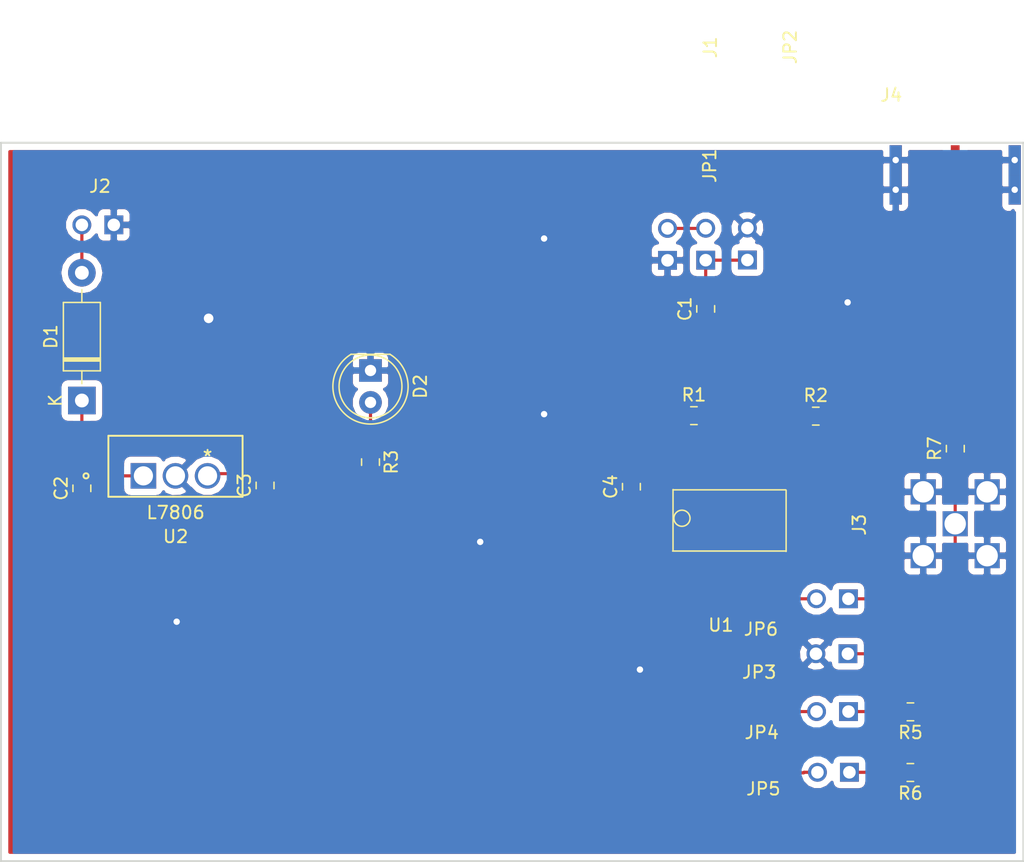
<source format=kicad_pcb>
(kicad_pcb (version 20171130) (host pcbnew "(6.0.0-rc1-dev-305-gf0b8b21)")

  (general
    (thickness 1.6)
    (drawings 4)
    (tracks 96)
    (zones 0)
    (modules 24)
    (nets 17)
  )

  (page A4)
  (layers
    (0 F.Cu signal)
    (31 B.Cu signal hide)
    (32 B.Adhes user)
    (33 F.Adhes user)
    (34 B.Paste user)
    (35 F.Paste user)
    (36 B.SilkS user)
    (37 F.SilkS user)
    (38 B.Mask user)
    (39 F.Mask user)
    (40 Dwgs.User user)
    (41 Cmts.User user)
    (42 Eco1.User user)
    (43 Eco2.User user)
    (44 Edge.Cuts user)
    (45 Margin user)
    (46 B.CrtYd user)
    (47 F.CrtYd user)
    (48 B.Fab user)
    (49 F.Fab user)
  )

  (setup
    (last_trace_width 0.25)
    (trace_clearance 0.2)
    (zone_clearance 0.508)
    (zone_45_only no)
    (trace_min 0.24638)
    (via_size 0.8)
    (via_drill 0.4)
    (via_min_size 0.508)
    (via_min_drill 0.3)
    (uvia_size 0.3)
    (uvia_drill 0.1)
    (uvias_allowed no)
    (uvia_min_size 0.2)
    (uvia_min_drill 0.1)
    (edge_width 0.15)
    (segment_width 0.2)
    (pcb_text_width 0.3)
    (pcb_text_size 1.5 1.5)
    (mod_edge_width 0.15)
    (mod_text_size 1 1)
    (mod_text_width 0.15)
    (pad_size 1.524 1.524)
    (pad_drill 0.762)
    (pad_to_mask_clearance 0.051)
    (solder_mask_min_width 0.25)
    (aux_axis_origin 0 0)
    (grid_origin 264.838307 32.58091)
    (visible_elements FFFFFF7F)
    (pcbplotparams
      (layerselection 0x010f0_ffffffff)
      (usegerberextensions true)
      (usegerberattributes false)
      (usegerberadvancedattributes false)
      (creategerberjobfile false)
      (excludeedgelayer true)
      (linewidth 0.100000)
      (plotframeref false)
      (viasonmask false)
      (mode 1)
      (useauxorigin false)
      (hpglpennumber 1)
      (hpglpenspeed 20)
      (hpglpendiameter 15.000000)
      (psnegative false)
      (psa4output false)
      (plotreference true)
      (plotvalue true)
      (plotinvisibletext false)
      (padsonsilk true)
      (subtractmaskfromsilk false)
      (outputformat 1)
      (mirror false)
      (drillshape 0)
      (scaleselection 1)
      (outputdirectory "Personal Lab4/"))
  )

  (net 0 "")
  (net 1 "Net-(C1-Pad2)")
  (net 2 "Net-(C1-Pad1)")
  (net 3 GND)
  (net 4 "Net-(C2-Pad2)")
  (net 5 "Net-(D1-Pad2)")
  (net 6 "Net-(D2-Pad2)")
  (net 7 "Net-(J1-Pad1)")
  (net 8 "Net-(J3-Pad1)")
  (net 9 "Net-(J4-Pad1)")
  (net 10 "Net-(JP4-Pad2)")
  (net 11 "Net-(JP5-Pad2)")
  (net 12 "Net-(U1-Pad11)")
  (net 13 "Net-(JP4-Pad1)")
  (net 14 +6V)
  (net 15 "Net-(U1-Pad1)")
  (net 16 "Net-(U1-Pad3)")

  (net_class Default "This is the default net class."
    (clearance 0.2)
    (trace_width 0.25)
    (via_dia 0.8)
    (via_drill 0.4)
    (uvia_dia 0.3)
    (uvia_drill 0.1)
    (add_net +6V)
    (add_net GND)
    (add_net "Net-(C1-Pad1)")
    (add_net "Net-(C1-Pad2)")
    (add_net "Net-(C2-Pad2)")
    (add_net "Net-(D1-Pad2)")
    (add_net "Net-(D2-Pad2)")
    (add_net "Net-(J1-Pad1)")
    (add_net "Net-(J3-Pad1)")
    (add_net "Net-(J4-Pad1)")
    (add_net "Net-(JP4-Pad1)")
    (add_net "Net-(JP4-Pad2)")
    (add_net "Net-(JP5-Pad2)")
    (add_net "Net-(U1-Pad1)")
    (add_net "Net-(U1-Pad11)")
    (add_net "Net-(U1-Pad3)")
  )

  (module My_Footprints:HC00 (layer F.Cu) (tedit 5BFDFC57) (tstamp 5BFE1440)
    (at 238.9886 66.0908)
    (path /5BF5D5E6)
    (fp_text reference U1 (at 1.8034 4.8641) (layer F.SilkS)
      (effects (font (size 1 1) (thickness 0.15)))
    )
    (fp_text value 74HC00 (at 1.8923 2.8067) (layer F.Fab)
      (effects (font (size 1 1) (thickness 0.15)))
    )
    (fp_line (start -2 -5.92) (end -2 -1.11) (layer F.SilkS) (width 0.12))
    (fp_line (start -2.03 -1.03) (end 6.99 -1.03) (layer F.SilkS) (width 0.12))
    (fp_line (start 6.99 -1) (end 6.99 -5.87) (layer F.SilkS) (width 0.12))
    (fp_line (start 6.96 -5.9) (end -2 -5.9) (layer F.SilkS) (width 0.12))
    (fp_circle (center -1.29 -3.64) (end -0.66 -3.52) (layer F.SilkS) (width 0.12))
    (pad 1 smd rect (at -1.27 0.2032) (size 0.510032 1.592072) (layers F.Cu F.Paste F.Mask)
      (net 15 "Net-(U1-Pad1)"))
    (pad 2 smd rect (at 0 0.2032) (size 0.510032 1.592072) (layers F.Cu F.Paste F.Mask)
      (net 12 "Net-(U1-Pad11)"))
    (pad 3 smd rect (at 1.27 0.2032) (size 0.510032 1.592072) (layers F.Cu F.Paste F.Mask)
      (net 16 "Net-(U1-Pad3)"))
    (pad 4 smd rect (at 2.54 0.2032) (size 0.510032 1.592072) (layers F.Cu F.Paste F.Mask)
      (net 16 "Net-(U1-Pad3)"))
    (pad 5 smd rect (at 3.81 0.2032) (size 0.510032 1.592072) (layers F.Cu F.Paste F.Mask)
      (net 16 "Net-(U1-Pad3)"))
    (pad 6 smd rect (at 5.08 0.2032) (size 0.510032 1.592072) (layers F.Cu F.Paste F.Mask)
      (net 13 "Net-(JP4-Pad1)"))
    (pad 8 smd rect (at 6.35 -7.10311) (size 0.510032 1.592072) (layers F.Cu F.Paste F.Mask)
      (net 15 "Net-(U1-Pad1)"))
    (pad 9 smd rect (at 5.08 -7.10311) (size 0.510032 1.592072) (layers F.Cu F.Paste F.Mask)
      (net 2 "Net-(C1-Pad1)"))
    (pad 10 smd rect (at 3.81 -7.10311) (size 0.510032 1.592072) (layers F.Cu F.Paste F.Mask)
      (net 2 "Net-(C1-Pad1)"))
    (pad 11 smd rect (at 2.54 -7.10311) (size 0.510032 1.592072) (layers F.Cu F.Paste F.Mask)
      (net 12 "Net-(U1-Pad11)"))
    (pad 12 smd rect (at 1.27 -7.10311) (size 0.510032 1.592072) (layers F.Cu F.Paste F.Mask)
      (net 15 "Net-(U1-Pad1)"))
    (pad 13 smd rect (at 0 -7.10311) (size 0.510032 1.592072) (layers F.Cu F.Paste F.Mask)
      (net 14 +6V))
    (pad 14 smd rect (at -1.27 -7.10311) (size 0.510032 1.592072) (layers F.Cu F.Paste F.Mask)
      (net 14 +6V))
    (pad 7 smd rect (at 6.35 0.2032) (size 0.510032 1.592072) (layers F.Cu F.Paste F.Mask)
      (net 3 GND))
  )

  (module Capacitor_SMD:C_0805_2012Metric (layer F.Cu) (tedit 5B36C52B) (tstamp 5BFD0CFA)
    (at 239.5855 45.7985 90)
    (descr "Capacitor SMD 0805 (2012 Metric), square (rectangular) end terminal, IPC_7351 nominal, (Body size source: https://docs.google.com/spreadsheets/d/1BsfQQcO9C6DZCsRaXUlFlo91Tg2WpOkGARC1WS5S8t0/edit?usp=sharing), generated with kicad-footprint-generator")
    (tags capacitor)
    (path /5BF34F04)
    (attr smd)
    (fp_text reference C1 (at 0 -1.65 90) (layer F.SilkS)
      (effects (font (size 1 1) (thickness 0.15)))
    )
    (fp_text value C (at 0 1.65 90) (layer F.Fab)
      (effects (font (size 1 1) (thickness 0.15)))
    )
    (fp_line (start -1 0.6) (end -1 -0.6) (layer F.Fab) (width 0.1))
    (fp_line (start -1 -0.6) (end 1 -0.6) (layer F.Fab) (width 0.1))
    (fp_line (start 1 -0.6) (end 1 0.6) (layer F.Fab) (width 0.1))
    (fp_line (start 1 0.6) (end -1 0.6) (layer F.Fab) (width 0.1))
    (fp_line (start -0.258578 -0.71) (end 0.258578 -0.71) (layer F.SilkS) (width 0.12))
    (fp_line (start -0.258578 0.71) (end 0.258578 0.71) (layer F.SilkS) (width 0.12))
    (fp_line (start -1.68 0.95) (end -1.68 -0.95) (layer F.CrtYd) (width 0.05))
    (fp_line (start -1.68 -0.95) (end 1.68 -0.95) (layer F.CrtYd) (width 0.05))
    (fp_line (start 1.68 -0.95) (end 1.68 0.95) (layer F.CrtYd) (width 0.05))
    (fp_line (start 1.68 0.95) (end -1.68 0.95) (layer F.CrtYd) (width 0.05))
    (fp_text user %R (at 0.03 0.47 90) (layer F.Fab)
      (effects (font (size 0.5 0.5) (thickness 0.08)))
    )
    (pad 1 smd roundrect (at -0.9375 0 90) (size 0.975 1.4) (layers F.Cu F.Paste F.Mask) (roundrect_rratio 0.25)
      (net 2 "Net-(C1-Pad1)"))
    (pad 2 smd roundrect (at 0.9375 0 90) (size 0.975 1.4) (layers F.Cu F.Paste F.Mask) (roundrect_rratio 0.25)
      (net 1 "Net-(C1-Pad2)"))
    (model ${KISYS3DMOD}/Capacitor_SMD.3dshapes/C_0805_2012Metric.wrl
      (at (xyz 0 0 0))
      (scale (xyz 1 1 1))
      (rotate (xyz 0 0 0))
    )
  )

  (module Capacitor_SMD:C_0805_2012Metric (layer F.Cu) (tedit 5B36C52B) (tstamp 5BFD0D0B)
    (at 189.992 60.071 90)
    (descr "Capacitor SMD 0805 (2012 Metric), square (rectangular) end terminal, IPC_7351 nominal, (Body size source: https://docs.google.com/spreadsheets/d/1BsfQQcO9C6DZCsRaXUlFlo91Tg2WpOkGARC1WS5S8t0/edit?usp=sharing), generated with kicad-footprint-generator")
    (tags capacitor)
    (path /5BF63FDD)
    (attr smd)
    (fp_text reference C2 (at 0 -1.65 90) (layer F.SilkS)
      (effects (font (size 1 1) (thickness 0.15)))
    )
    (fp_text value C (at 0 1.65 90) (layer F.Fab)
      (effects (font (size 1 1) (thickness 0.15)))
    )
    (fp_text user %R (at 0 0 90) (layer F.Fab)
      (effects (font (size 0.5 0.5) (thickness 0.08)))
    )
    (fp_line (start 1.68 0.95) (end -1.68 0.95) (layer F.CrtYd) (width 0.05))
    (fp_line (start 1.68 -0.95) (end 1.68 0.95) (layer F.CrtYd) (width 0.05))
    (fp_line (start -1.68 -0.95) (end 1.68 -0.95) (layer F.CrtYd) (width 0.05))
    (fp_line (start -1.68 0.95) (end -1.68 -0.95) (layer F.CrtYd) (width 0.05))
    (fp_line (start -0.258578 0.71) (end 0.258578 0.71) (layer F.SilkS) (width 0.12))
    (fp_line (start -0.258578 -0.71) (end 0.258578 -0.71) (layer F.SilkS) (width 0.12))
    (fp_line (start 1 0.6) (end -1 0.6) (layer F.Fab) (width 0.1))
    (fp_line (start 1 -0.6) (end 1 0.6) (layer F.Fab) (width 0.1))
    (fp_line (start -1 -0.6) (end 1 -0.6) (layer F.Fab) (width 0.1))
    (fp_line (start -1 0.6) (end -1 -0.6) (layer F.Fab) (width 0.1))
    (pad 2 smd roundrect (at 0.9375 0 90) (size 0.975 1.4) (layers F.Cu F.Paste F.Mask) (roundrect_rratio 0.25)
      (net 4 "Net-(C2-Pad2)"))
    (pad 1 smd roundrect (at -0.9375 0 90) (size 0.975 1.4) (layers F.Cu F.Paste F.Mask) (roundrect_rratio 0.25)
      (net 3 GND))
    (model ${KISYS3DMOD}/Capacitor_SMD.3dshapes/C_0805_2012Metric.wrl
      (at (xyz 0 0 0))
      (scale (xyz 1 1 1))
      (rotate (xyz 0 0 0))
    )
  )

  (module Capacitor_SMD:C_0805_2012Metric (layer F.Cu) (tedit 5B36C52B) (tstamp 5BFD0D1C)
    (at 204.556004 59.841994 90)
    (descr "Capacitor SMD 0805 (2012 Metric), square (rectangular) end terminal, IPC_7351 nominal, (Body size source: https://docs.google.com/spreadsheets/d/1BsfQQcO9C6DZCsRaXUlFlo91Tg2WpOkGARC1WS5S8t0/edit?usp=sharing), generated with kicad-footprint-generator")
    (tags capacitor)
    (path /5BF63C11)
    (attr smd)
    (fp_text reference C3 (at 0 -1.65 90) (layer F.SilkS)
      (effects (font (size 1 1) (thickness 0.15)))
    )
    (fp_text value C (at 0 1.65 90) (layer F.Fab)
      (effects (font (size 1 1) (thickness 0.15)))
    )
    (fp_line (start -1 0.6) (end -1 -0.6) (layer F.Fab) (width 0.1))
    (fp_line (start -1 -0.6) (end 1 -0.6) (layer F.Fab) (width 0.1))
    (fp_line (start 1 -0.6) (end 1 0.6) (layer F.Fab) (width 0.1))
    (fp_line (start 1 0.6) (end -1 0.6) (layer F.Fab) (width 0.1))
    (fp_line (start -0.258578 -0.71) (end 0.258578 -0.71) (layer F.SilkS) (width 0.12))
    (fp_line (start -0.258578 0.71) (end 0.258578 0.71) (layer F.SilkS) (width 0.12))
    (fp_line (start -1.68 0.95) (end -1.68 -0.95) (layer F.CrtYd) (width 0.05))
    (fp_line (start -1.68 -0.95) (end 1.68 -0.95) (layer F.CrtYd) (width 0.05))
    (fp_line (start 1.68 -0.95) (end 1.68 0.95) (layer F.CrtYd) (width 0.05))
    (fp_line (start 1.68 0.95) (end -1.68 0.95) (layer F.CrtYd) (width 0.05))
    (fp_text user %R (at 0 0 90) (layer F.Fab)
      (effects (font (size 0.5 0.5) (thickness 0.08)))
    )
    (pad 1 smd roundrect (at -0.9375 0 90) (size 0.975 1.4) (layers F.Cu F.Paste F.Mask) (roundrect_rratio 0.25)
      (net 3 GND))
    (pad 2 smd roundrect (at 0.9375 0 90) (size 0.975 1.4) (layers F.Cu F.Paste F.Mask) (roundrect_rratio 0.25)
      (net 14 +6V))
    (model ${KISYS3DMOD}/Capacitor_SMD.3dshapes/C_0805_2012Metric.wrl
      (at (xyz 0 0 0))
      (scale (xyz 1 1 1))
      (rotate (xyz 0 0 0))
    )
  )

  (module Capacitor_SMD:C_0805_2012Metric (layer F.Cu) (tedit 5B36C52B) (tstamp 5BFD0D2D)
    (at 233.68 59.944 90)
    (descr "Capacitor SMD 0805 (2012 Metric), square (rectangular) end terminal, IPC_7351 nominal, (Body size source: https://docs.google.com/spreadsheets/d/1BsfQQcO9C6DZCsRaXUlFlo91Tg2WpOkGARC1WS5S8t0/edit?usp=sharing), generated with kicad-footprint-generator")
    (tags capacitor)
    (path /5BF633DC)
    (attr smd)
    (fp_text reference C4 (at 0 -1.65 90) (layer F.SilkS)
      (effects (font (size 1 1) (thickness 0.15)))
    )
    (fp_text value C (at 0 1.65 90) (layer F.Fab)
      (effects (font (size 1 1) (thickness 0.15)))
    )
    (fp_text user %R (at 0 0 90) (layer F.Fab)
      (effects (font (size 0.5 0.5) (thickness 0.08)))
    )
    (fp_line (start 1.68 0.95) (end -1.68 0.95) (layer F.CrtYd) (width 0.05))
    (fp_line (start 1.68 -0.95) (end 1.68 0.95) (layer F.CrtYd) (width 0.05))
    (fp_line (start -1.68 -0.95) (end 1.68 -0.95) (layer F.CrtYd) (width 0.05))
    (fp_line (start -1.68 0.95) (end -1.68 -0.95) (layer F.CrtYd) (width 0.05))
    (fp_line (start -0.258578 0.71) (end 0.258578 0.71) (layer F.SilkS) (width 0.12))
    (fp_line (start -0.258578 -0.71) (end 0.258578 -0.71) (layer F.SilkS) (width 0.12))
    (fp_line (start 1 0.6) (end -1 0.6) (layer F.Fab) (width 0.1))
    (fp_line (start 1 -0.6) (end 1 0.6) (layer F.Fab) (width 0.1))
    (fp_line (start -1 -0.6) (end 1 -0.6) (layer F.Fab) (width 0.1))
    (fp_line (start -1 0.6) (end -1 -0.6) (layer F.Fab) (width 0.1))
    (pad 2 smd roundrect (at 0.9375 0 90) (size 0.975 1.4) (layers F.Cu F.Paste F.Mask) (roundrect_rratio 0.25)
      (net 14 +6V))
    (pad 1 smd roundrect (at -0.9375 0 90) (size 0.975 1.4) (layers F.Cu F.Paste F.Mask) (roundrect_rratio 0.25)
      (net 3 GND))
    (model ${KISYS3DMOD}/Capacitor_SMD.3dshapes/C_0805_2012Metric.wrl
      (at (xyz 0 0 0))
      (scale (xyz 1 1 1))
      (rotate (xyz 0 0 0))
    )
  )

  (module Diode_THT:D_DO-41_SOD81_P10.16mm_Horizontal (layer F.Cu) (tedit 5AE50CD5) (tstamp 5BFD0D4C)
    (at 189.992 53.086 90)
    (descr "Diode, DO-41_SOD81 series, Axial, Horizontal, pin pitch=10.16mm, , length*diameter=5.2*2.7mm^2, , http://www.diodes.com/_files/packages/DO-41%20(Plastic).pdf")
    (tags "Diode DO-41_SOD81 series Axial Horizontal pin pitch 10.16mm  length 5.2mm diameter 2.7mm")
    (path /5BF6099A)
    (fp_text reference D1 (at 5.08 -2.47 90) (layer F.SilkS)
      (effects (font (size 1 1) (thickness 0.15)))
    )
    (fp_text value 1N4001 (at 5.08 2.47 90) (layer F.Fab)
      (effects (font (size 1 1) (thickness 0.15)))
    )
    (fp_line (start 2.48 -1.35) (end 2.48 1.35) (layer F.Fab) (width 0.1))
    (fp_line (start 2.48 1.35) (end 7.68 1.35) (layer F.Fab) (width 0.1))
    (fp_line (start 7.68 1.35) (end 7.68 -1.35) (layer F.Fab) (width 0.1))
    (fp_line (start 7.68 -1.35) (end 2.48 -1.35) (layer F.Fab) (width 0.1))
    (fp_line (start 0 0) (end 2.48 0) (layer F.Fab) (width 0.1))
    (fp_line (start 10.16 0) (end 7.68 0) (layer F.Fab) (width 0.1))
    (fp_line (start 3.26 -1.35) (end 3.26 1.35) (layer F.Fab) (width 0.1))
    (fp_line (start 3.36 -1.35) (end 3.36 1.35) (layer F.Fab) (width 0.1))
    (fp_line (start 3.16 -1.35) (end 3.16 1.35) (layer F.Fab) (width 0.1))
    (fp_line (start 2.36 -1.47) (end 2.36 1.47) (layer F.SilkS) (width 0.12))
    (fp_line (start 2.36 1.47) (end 7.8 1.47) (layer F.SilkS) (width 0.12))
    (fp_line (start 7.8 1.47) (end 7.8 -1.47) (layer F.SilkS) (width 0.12))
    (fp_line (start 7.8 -1.47) (end 2.36 -1.47) (layer F.SilkS) (width 0.12))
    (fp_line (start 1.34 0) (end 2.36 0) (layer F.SilkS) (width 0.12))
    (fp_line (start 8.82 0) (end 7.8 0) (layer F.SilkS) (width 0.12))
    (fp_line (start 3.26 -1.47) (end 3.26 1.47) (layer F.SilkS) (width 0.12))
    (fp_line (start 3.38 -1.47) (end 3.38 1.47) (layer F.SilkS) (width 0.12))
    (fp_line (start 3.14 -1.47) (end 3.14 1.47) (layer F.SilkS) (width 0.12))
    (fp_line (start -1.35 -1.6) (end -1.35 1.6) (layer F.CrtYd) (width 0.05))
    (fp_line (start -1.35 1.6) (end 11.51 1.6) (layer F.CrtYd) (width 0.05))
    (fp_line (start 11.51 1.6) (end 11.51 -1.6) (layer F.CrtYd) (width 0.05))
    (fp_line (start 11.51 -1.6) (end -1.35 -1.6) (layer F.CrtYd) (width 0.05))
    (fp_text user %R (at 5.47 0 90) (layer F.Fab)
      (effects (font (size 1 1) (thickness 0.15)))
    )
    (fp_text user K (at 0 -2.1 90) (layer F.Fab)
      (effects (font (size 1 1) (thickness 0.15)))
    )
    (fp_text user K (at 0 -2.1 90) (layer F.SilkS)
      (effects (font (size 1 1) (thickness 0.15)))
    )
    (pad 1 thru_hole rect (at 0 0 90) (size 2.2 2.2) (drill 1.1) (layers *.Cu *.Mask)
      (net 4 "Net-(C2-Pad2)"))
    (pad 2 thru_hole oval (at 10.16 0 90) (size 2.2 2.2) (drill 1.1) (layers *.Cu *.Mask)
      (net 5 "Net-(D1-Pad2)"))
    (model ${KISYS3DMOD}/Diode_THT.3dshapes/D_DO-41_SOD81_P10.16mm_Horizontal.wrl
      (at (xyz 0 0 0))
      (scale (xyz 1 1 1))
      (rotate (xyz 0 0 0))
    )
  )

  (module LED_THT:LED_D5.0mm (layer F.Cu) (tedit 5995936A) (tstamp 5BFD0D5E)
    (at 212.938004 50.697994 270)
    (descr "LED, diameter 5.0mm, 2 pins, http://cdn-reichelt.de/documents/datenblatt/A500/LL-504BC2E-009.pdf")
    (tags "LED diameter 5.0mm 2 pins")
    (path /5BF68440)
    (fp_text reference D2 (at 1.27 -3.96 270) (layer F.SilkS)
      (effects (font (size 1 1) (thickness 0.15)))
    )
    (fp_text value LED (at 1.27 3.96 270) (layer F.Fab)
      (effects (font (size 1 1) (thickness 0.15)))
    )
    (fp_arc (start 1.27 0) (end -1.23 -1.469694) (angle 299.1) (layer F.Fab) (width 0.1))
    (fp_arc (start 1.27 0) (end -1.29 -1.54483) (angle 148.9) (layer F.SilkS) (width 0.12))
    (fp_arc (start 1.27 0) (end -1.29 1.54483) (angle -148.9) (layer F.SilkS) (width 0.12))
    (fp_circle (center 1.27 0) (end 3.77 0) (layer F.Fab) (width 0.1))
    (fp_circle (center 1.27 0) (end 3.77 0) (layer F.SilkS) (width 0.12))
    (fp_line (start -1.23 -1.469694) (end -1.23 1.469694) (layer F.Fab) (width 0.1))
    (fp_line (start -1.29 -1.545) (end -1.29 1.545) (layer F.SilkS) (width 0.12))
    (fp_line (start -1.95 -3.25) (end -1.95 3.25) (layer F.CrtYd) (width 0.05))
    (fp_line (start -1.95 3.25) (end 4.5 3.25) (layer F.CrtYd) (width 0.05))
    (fp_line (start 4.5 3.25) (end 4.5 -3.25) (layer F.CrtYd) (width 0.05))
    (fp_line (start 4.5 -3.25) (end -1.95 -3.25) (layer F.CrtYd) (width 0.05))
    (fp_text user %R (at 1.25 0 270) (layer F.Fab)
      (effects (font (size 0.8 0.8) (thickness 0.2)))
    )
    (pad 1 thru_hole rect (at 0 0 270) (size 1.8 1.8) (drill 0.9) (layers *.Cu *.Mask)
      (net 3 GND))
    (pad 2 thru_hole circle (at 2.54 0 270) (size 1.8 1.8) (drill 0.9) (layers *.Cu *.Mask)
      (net 6 "Net-(D2-Pad2)"))
    (model ${KISYS3DMOD}/LED_THT.3dshapes/LED_D5.0mm.wrl
      (at (xyz 0 0 0))
      (scale (xyz 1 1 1))
      (rotate (xyz 0 0 0))
    )
  )

  (module My_Footprints:header_2_pins (layer F.Cu) (tedit 5BFCF9BC) (tstamp 5BFD0D64)
    (at 236.5502 39.3954 270)
    (path /5BF34C06)
    (fp_text reference J1 (at -14.4 -3.4 270) (layer F.SilkS)
      (effects (font (size 1 1) (thickness 0.15)))
    )
    (fp_text value Conn_01x02_Male (at -11.4 -6.2 270) (layer F.Fab)
      (effects (font (size 1 1) (thickness 0.15)))
    )
    (pad 1 thru_hole circle (at 0 0 270) (size 1.5 1.5) (drill 1) (layers *.Cu *.Mask)
      (net 7 "Net-(J1-Pad1)"))
    (pad 2 thru_hole rect (at 2.54 0 270) (size 1.5 1.5) (drill 1) (layers *.Cu *.Mask)
      (net 3 GND))
  )

  (module My_Footprints:header_2_pins (layer F.Cu) (tedit 5BFCF9BC) (tstamp 5BFD0D6A)
    (at 189.992 39.116)
    (path /5BF61605)
    (fp_text reference J2 (at 1.437996 -3.072994) (layer F.SilkS)
      (effects (font (size 1 1) (thickness 0.15)))
    )
    (fp_text value Conn_01x02_Male (at 1.945996 -5.612994) (layer F.Fab)
      (effects (font (size 1 1) (thickness 0.15)))
    )
    (pad 2 thru_hole rect (at 2.54 0) (size 1.5 1.5) (drill 1) (layers *.Cu *.Mask)
      (net 3 GND))
    (pad 1 thru_hole circle (at 0 0) (size 1.5 1.5) (drill 1) (layers *.Cu *.Mask)
      (net 5 "Net-(D1-Pad2)"))
  )

  (module My_Footprints:Vertical_BNC_Connector (layer F.Cu) (tedit 5BFD054B) (tstamp 5BFD0D73)
    (at 259.42 62.89 270)
    (path /5BF5C810)
    (fp_text reference J3 (at 0.08 7.62 270) (layer F.SilkS)
      (effects (font (size 1 1) (thickness 0.15)))
    )
    (fp_text value "Test Line" (at 0 5.08 270) (layer F.Fab)
      (effects (font (size 1 1) (thickness 0.15)))
    )
    (pad 2 thru_hole rect (at -2.54 -2.54 270) (size 1.9939 1.9939) (drill 1.7018) (layers *.Cu *.Mask)
      (net 3 GND))
    (pad 2 thru_hole rect (at 2.54 -2.54 270) (size 1.9939 1.9939) (drill 1.7018) (layers *.Cu *.Mask)
      (net 3 GND))
    (pad 2 thru_hole rect (at -2.54 2.54 270) (size 1.9939 1.9939) (drill 1.7018) (layers *.Cu *.Mask)
      (net 3 GND))
    (pad 2 thru_hole rect (at 2.54 2.54 270) (size 1.9939 1.9939) (drill 1.7018) (layers *.Cu *.Mask)
      (net 3 GND))
    (pad 1 thru_hole rect (at 0 0 270) (size 1.9939 1.9939) (drill 1.7018) (layers *.Cu *.Mask)
      (net 8 "Net-(J3-Pad1)"))
  )

  (module My_Footprints:BNC_Connector (layer F.Cu) (tedit 5BFCFE4E) (tstamp 5BFF58C1)
    (at 259.42036 35.1409 180)
    (path /5BF5CE7C)
    (fp_text reference J4 (at 5.08 6.35 180) (layer F.SilkS)
      (effects (font (size 1 1) (thickness 0.15)))
    )
    (fp_text value OSC (at 4.445 4.445 180) (layer F.Fab)
      (effects (font (size 1 1) (thickness 0.15)))
    )
    (pad 1 smd rect (at 0 0 180) (size 0.6985 4.7244) (layers F.Cu F.Paste F.Mask)
      (net 9 "Net-(J4-Pad1)"))
    (pad 2 thru_hole rect (at -4.73075 -1.1811 180) (size 0.9779 2.3622) (drill 0.508) (layers *.Cu *.Mask)
      (net 3 GND))
    (pad 2 thru_hole rect (at -4.73075 1.1811 180) (size 0.9779 2.3622) (drill 0.508) (layers *.Cu *.Mask)
      (net 3 GND))
    (pad 2 thru_hole rect (at 4.73075 -1.1811 180) (size 0.9779 2.3622) (drill 0.508) (layers *.Cu *.Mask)
      (net 3 GND))
    (pad 2 thru_hole rect (at 4.73075 1.1811 180) (size 0.9779 2.3622) (drill 0.508) (layers *.Cu *.Mask)
      (net 3 GND))
  )

  (module My_Footprints:header_2_pins (layer F.Cu) (tedit 5BFCF9BC) (tstamp 5BFD0D82)
    (at 239.5855 39.3827 270)
    (path /5BFC95F1)
    (fp_text reference JP1 (at -4.97 -0.32 270) (layer F.SilkS)
      (effects (font (size 1 1) (thickness 0.15)))
    )
    (fp_text value Jumper (at -5.19 -2.5 270) (layer F.Fab)
      (effects (font (size 1 1) (thickness 0.15)))
    )
    (pad 1 thru_hole circle (at 0 0 270) (size 1.5 1.5) (drill 1) (layers *.Cu *.Mask)
      (net 7 "Net-(J1-Pad1)"))
    (pad 2 thru_hole rect (at 2.54 0 270) (size 1.5 1.5) (drill 1) (layers *.Cu *.Mask)
      (net 1 "Net-(C1-Pad2)"))
  )

  (module My_Footprints:header_2_pins (layer F.Cu) (tedit 5BFCF9BC) (tstamp 5BFD0D88)
    (at 242.9002 39.37 270)
    (path /5BFCA8E8)
    (fp_text reference JP2 (at -14.4 -3.4 270) (layer F.SilkS)
      (effects (font (size 1 1) (thickness 0.15)))
    )
    (fp_text value Jumper (at -11.4 -6.2 270) (layer F.Fab)
      (effects (font (size 1 1) (thickness 0.15)))
    )
    (pad 2 thru_hole rect (at 2.54 0 270) (size 1.5 1.5) (drill 1) (layers *.Cu *.Mask)
      (net 1 "Net-(C1-Pad2)"))
    (pad 1 thru_hole circle (at 0 0 270) (size 1.5 1.5) (drill 1) (layers *.Cu *.Mask)
      (net 3 GND))
  )

  (module My_Footprints:header_2_pins (layer F.Cu) (tedit 5BFCF9BC) (tstamp 5BFD0D8E)
    (at 248.35 73.23)
    (path /5BFA2C68)
    (fp_text reference JP3 (at -4.51 1.47) (layer F.SilkS)
      (effects (font (size 1 1) (thickness 0.15)))
    )
    (fp_text value Jumper (at -4.31 -0.04) (layer F.Fab)
      (effects (font (size 1 1) (thickness 0.15)))
    )
    (pad 1 thru_hole circle (at 0 0) (size 1.5 1.5) (drill 1) (layers *.Cu *.Mask)
      (net 3 GND))
    (pad 2 thru_hole rect (at 2.54 0) (size 1.5 1.5) (drill 1) (layers *.Cu *.Mask)
      (net 8 "Net-(J3-Pad1)"))
  )

  (module My_Footprints:header_2_pins (layer F.Cu) (tedit 5BFCF9BC) (tstamp 5BFD0D94)
    (at 248.4 77.83)
    (path /5BFA2CF7)
    (fp_text reference JP4 (at -4.36 1.67) (layer F.SilkS)
      (effects (font (size 1 1) (thickness 0.15)))
    )
    (fp_text value Jumper (at -4.42 -0.17) (layer F.Fab)
      (effects (font (size 1 1) (thickness 0.15)))
    )
    (pad 2 thru_hole rect (at 2.54 0) (size 1.5 1.5) (drill 1) (layers *.Cu *.Mask)
      (net 10 "Net-(JP4-Pad2)"))
    (pad 1 thru_hole circle (at 0 0) (size 1.5 1.5) (drill 1) (layers *.Cu *.Mask)
      (net 13 "Net-(JP4-Pad1)"))
  )

  (module My_Footprints:header_2_pins (layer F.Cu) (tedit 5BFCF9BC) (tstamp 5BFD0D9A)
    (at 248.47 82.66)
    (path /5BFA3C4F)
    (fp_text reference JP5 (at -4.3 1.32) (layer F.SilkS)
      (effects (font (size 1 1) (thickness 0.15)))
    )
    (fp_text value Jumper (at -4.49 -0.39) (layer F.Fab)
      (effects (font (size 1 1) (thickness 0.15)))
    )
    (pad 1 thru_hole circle (at 0 0) (size 1.5 1.5) (drill 1) (layers *.Cu *.Mask)
      (net 13 "Net-(JP4-Pad1)"))
    (pad 2 thru_hole rect (at 2.54 0) (size 1.5 1.5) (drill 1) (layers *.Cu *.Mask)
      (net 11 "Net-(JP5-Pad2)"))
  )

  (module My_Footprints:header_2_pins (layer F.Cu) (tedit 5BFCF9BC) (tstamp 5BFD0DA0)
    (at 248.39 68.86)
    (path /5BFAAAF3)
    (fp_text reference JP6 (at -4.41 2.42) (layer F.SilkS)
      (effects (font (size 1 1) (thickness 0.15)))
    )
    (fp_text value Jumper (at -4.02 1.23) (layer F.Fab)
      (effects (font (size 1 1) (thickness 0.15)))
    )
    (pad 2 thru_hole rect (at 2.54 0) (size 1.5 1.5) (drill 1) (layers *.Cu *.Mask)
      (net 8 "Net-(J3-Pad1)"))
    (pad 1 thru_hole circle (at 0 0) (size 1.5 1.5) (drill 1) (layers *.Cu *.Mask)
      (net 13 "Net-(JP4-Pad1)"))
  )

  (module Resistor_SMD:R_0805_2012Metric (layer F.Cu) (tedit 5B36C52B) (tstamp 5BFD0DB1)
    (at 238.648 54.2925)
    (descr "Resistor SMD 0805 (2012 Metric), square (rectangular) end terminal, IPC_7351 nominal, (Body size source: https://docs.google.com/spreadsheets/d/1BsfQQcO9C6DZCsRaXUlFlo91Tg2WpOkGARC1WS5S8t0/edit?usp=sharing), generated with kicad-footprint-generator")
    (tags resistor)
    (path /5BF350A6)
    (attr smd)
    (fp_text reference R1 (at 0 -1.65) (layer F.SilkS)
      (effects (font (size 1 1) (thickness 0.15)))
    )
    (fp_text value R (at 0 1.65) (layer F.Fab)
      (effects (font (size 1 1) (thickness 0.15)))
    )
    (fp_text user %R (at 0 0) (layer F.Fab)
      (effects (font (size 0.5 0.5) (thickness 0.08)))
    )
    (fp_line (start 1.68 0.95) (end -1.68 0.95) (layer F.CrtYd) (width 0.05))
    (fp_line (start 1.68 -0.95) (end 1.68 0.95) (layer F.CrtYd) (width 0.05))
    (fp_line (start -1.68 -0.95) (end 1.68 -0.95) (layer F.CrtYd) (width 0.05))
    (fp_line (start -1.68 0.95) (end -1.68 -0.95) (layer F.CrtYd) (width 0.05))
    (fp_line (start -0.258578 0.71) (end 0.258578 0.71) (layer F.SilkS) (width 0.12))
    (fp_line (start -0.258578 -0.71) (end 0.258578 -0.71) (layer F.SilkS) (width 0.12))
    (fp_line (start 1 0.6) (end -1 0.6) (layer F.Fab) (width 0.1))
    (fp_line (start 1 -0.6) (end 1 0.6) (layer F.Fab) (width 0.1))
    (fp_line (start -1 -0.6) (end 1 -0.6) (layer F.Fab) (width 0.1))
    (fp_line (start -1 0.6) (end -1 -0.6) (layer F.Fab) (width 0.1))
    (pad 2 smd roundrect (at 0.9375 0) (size 0.975 1.4) (layers F.Cu F.Paste F.Mask) (roundrect_rratio 0.25)
      (net 2 "Net-(C1-Pad1)"))
    (pad 1 smd roundrect (at -0.9375 0) (size 0.975 1.4) (layers F.Cu F.Paste F.Mask) (roundrect_rratio 0.25)
      (net 14 +6V))
    (model ${KISYS3DMOD}/Resistor_SMD.3dshapes/R_0805_2012Metric.wrl
      (at (xyz 0 0 0))
      (scale (xyz 1 1 1))
      (rotate (xyz 0 0 0))
    )
  )

  (module Resistor_SMD:R_0805_2012Metric (layer F.Cu) (tedit 5B36C52B) (tstamp 5BFD0DC2)
    (at 248.3381 54.3306)
    (descr "Resistor SMD 0805 (2012 Metric), square (rectangular) end terminal, IPC_7351 nominal, (Body size source: https://docs.google.com/spreadsheets/d/1BsfQQcO9C6DZCsRaXUlFlo91Tg2WpOkGARC1WS5S8t0/edit?usp=sharing), generated with kicad-footprint-generator")
    (tags resistor)
    (path /5BF34FD3)
    (attr smd)
    (fp_text reference R2 (at 0 -1.65) (layer F.SilkS)
      (effects (font (size 1 1) (thickness 0.15)))
    )
    (fp_text value R (at 0 1.65) (layer F.Fab)
      (effects (font (size 1 1) (thickness 0.15)))
    )
    (fp_line (start -1 0.6) (end -1 -0.6) (layer F.Fab) (width 0.1))
    (fp_line (start -1 -0.6) (end 1 -0.6) (layer F.Fab) (width 0.1))
    (fp_line (start 1 -0.6) (end 1 0.6) (layer F.Fab) (width 0.1))
    (fp_line (start 1 0.6) (end -1 0.6) (layer F.Fab) (width 0.1))
    (fp_line (start -0.258578 -0.71) (end 0.258578 -0.71) (layer F.SilkS) (width 0.12))
    (fp_line (start -0.258578 0.71) (end 0.258578 0.71) (layer F.SilkS) (width 0.12))
    (fp_line (start -1.68 0.95) (end -1.68 -0.95) (layer F.CrtYd) (width 0.05))
    (fp_line (start -1.68 -0.95) (end 1.68 -0.95) (layer F.CrtYd) (width 0.05))
    (fp_line (start 1.68 -0.95) (end 1.68 0.95) (layer F.CrtYd) (width 0.05))
    (fp_line (start 1.68 0.95) (end -1.68 0.95) (layer F.CrtYd) (width 0.05))
    (fp_text user %R (at 0 0) (layer F.Fab)
      (effects (font (size 0.5 0.5) (thickness 0.08)))
    )
    (pad 1 smd roundrect (at -0.9375 0) (size 0.975 1.4) (layers F.Cu F.Paste F.Mask) (roundrect_rratio 0.25)
      (net 2 "Net-(C1-Pad1)"))
    (pad 2 smd roundrect (at 0.9375 0) (size 0.975 1.4) (layers F.Cu F.Paste F.Mask) (roundrect_rratio 0.25)
      (net 3 GND))
    (model ${KISYS3DMOD}/Resistor_SMD.3dshapes/R_0805_2012Metric.wrl
      (at (xyz 0 0 0))
      (scale (xyz 1 1 1))
      (rotate (xyz 0 0 0))
    )
  )

  (module Resistor_SMD:R_0805_2012Metric (layer F.Cu) (tedit 5B36C52B) (tstamp 5BFD0DD3)
    (at 212.938004 57.985494 270)
    (descr "Resistor SMD 0805 (2012 Metric), square (rectangular) end terminal, IPC_7351 nominal, (Body size source: https://docs.google.com/spreadsheets/d/1BsfQQcO9C6DZCsRaXUlFlo91Tg2WpOkGARC1WS5S8t0/edit?usp=sharing), generated with kicad-footprint-generator")
    (tags resistor)
    (path /5BF687EC)
    (attr smd)
    (fp_text reference R3 (at 0 -1.65 270) (layer F.SilkS)
      (effects (font (size 1 1) (thickness 0.15)))
    )
    (fp_text value R (at 0 1.65 270) (layer F.Fab)
      (effects (font (size 1 1) (thickness 0.15)))
    )
    (fp_text user %R (at 0 0 270) (layer F.Fab)
      (effects (font (size 0.5 0.5) (thickness 0.08)))
    )
    (fp_line (start 1.68 0.95) (end -1.68 0.95) (layer F.CrtYd) (width 0.05))
    (fp_line (start 1.68 -0.95) (end 1.68 0.95) (layer F.CrtYd) (width 0.05))
    (fp_line (start -1.68 -0.95) (end 1.68 -0.95) (layer F.CrtYd) (width 0.05))
    (fp_line (start -1.68 0.95) (end -1.68 -0.95) (layer F.CrtYd) (width 0.05))
    (fp_line (start -0.258578 0.71) (end 0.258578 0.71) (layer F.SilkS) (width 0.12))
    (fp_line (start -0.258578 -0.71) (end 0.258578 -0.71) (layer F.SilkS) (width 0.12))
    (fp_line (start 1 0.6) (end -1 0.6) (layer F.Fab) (width 0.1))
    (fp_line (start 1 -0.6) (end 1 0.6) (layer F.Fab) (width 0.1))
    (fp_line (start -1 -0.6) (end 1 -0.6) (layer F.Fab) (width 0.1))
    (fp_line (start -1 0.6) (end -1 -0.6) (layer F.Fab) (width 0.1))
    (pad 2 smd roundrect (at 0.9375 0 270) (size 0.975 1.4) (layers F.Cu F.Paste F.Mask) (roundrect_rratio 0.25)
      (net 14 +6V))
    (pad 1 smd roundrect (at -0.9375 0 270) (size 0.975 1.4) (layers F.Cu F.Paste F.Mask) (roundrect_rratio 0.25)
      (net 6 "Net-(D2-Pad2)"))
    (model ${KISYS3DMOD}/Resistor_SMD.3dshapes/R_0805_2012Metric.wrl
      (at (xyz 0 0 0))
      (scale (xyz 1 1 1))
      (rotate (xyz 0 0 0))
    )
  )

  (module Resistor_SMD:R_0805_2012Metric (layer F.Cu) (tedit 5B36C52B) (tstamp 5BFD0DE4)
    (at 255.8625 77.851 180)
    (descr "Resistor SMD 0805 (2012 Metric), square (rectangular) end terminal, IPC_7351 nominal, (Body size source: https://docs.google.com/spreadsheets/d/1BsfQQcO9C6DZCsRaXUlFlo91Tg2WpOkGARC1WS5S8t0/edit?usp=sharing), generated with kicad-footprint-generator")
    (tags resistor)
    (path /5BFA4CB4)
    (attr smd)
    (fp_text reference R5 (at 0 -1.65 180) (layer F.SilkS)
      (effects (font (size 1 1) (thickness 0.15)))
    )
    (fp_text value R (at 0 1.65 180) (layer F.Fab)
      (effects (font (size 1 1) (thickness 0.15)))
    )
    (fp_line (start -1 0.6) (end -1 -0.6) (layer F.Fab) (width 0.1))
    (fp_line (start -1 -0.6) (end 1 -0.6) (layer F.Fab) (width 0.1))
    (fp_line (start 1 -0.6) (end 1 0.6) (layer F.Fab) (width 0.1))
    (fp_line (start 1 0.6) (end -1 0.6) (layer F.Fab) (width 0.1))
    (fp_line (start -0.258578 -0.71) (end 0.258578 -0.71) (layer F.SilkS) (width 0.12))
    (fp_line (start -0.258578 0.71) (end 0.258578 0.71) (layer F.SilkS) (width 0.12))
    (fp_line (start -1.68 0.95) (end -1.68 -0.95) (layer F.CrtYd) (width 0.05))
    (fp_line (start -1.68 -0.95) (end 1.68 -0.95) (layer F.CrtYd) (width 0.05))
    (fp_line (start 1.68 -0.95) (end 1.68 0.95) (layer F.CrtYd) (width 0.05))
    (fp_line (start 1.68 0.95) (end -1.68 0.95) (layer F.CrtYd) (width 0.05))
    (fp_text user %R (at 0 0 180) (layer F.Fab)
      (effects (font (size 0.5 0.5) (thickness 0.08)))
    )
    (pad 1 smd roundrect (at -0.9375 0 180) (size 0.975 1.4) (layers F.Cu F.Paste F.Mask) (roundrect_rratio 0.25)
      (net 8 "Net-(J3-Pad1)"))
    (pad 2 smd roundrect (at 0.9375 0 180) (size 0.975 1.4) (layers F.Cu F.Paste F.Mask) (roundrect_rratio 0.25)
      (net 10 "Net-(JP4-Pad2)"))
    (model ${KISYS3DMOD}/Resistor_SMD.3dshapes/R_0805_2012Metric.wrl
      (at (xyz 0 0 0))
      (scale (xyz 1 1 1))
      (rotate (xyz 0 0 0))
    )
  )

  (module Resistor_SMD:R_0805_2012Metric (layer F.Cu) (tedit 5B36C52B) (tstamp 5BFD0DF5)
    (at 255.8565 82.677 180)
    (descr "Resistor SMD 0805 (2012 Metric), square (rectangular) end terminal, IPC_7351 nominal, (Body size source: https://docs.google.com/spreadsheets/d/1BsfQQcO9C6DZCsRaXUlFlo91Tg2WpOkGARC1WS5S8t0/edit?usp=sharing), generated with kicad-footprint-generator")
    (tags resistor)
    (path /5BFA5C0B)
    (attr smd)
    (fp_text reference R6 (at 0 -1.65 180) (layer F.SilkS)
      (effects (font (size 1 1) (thickness 0.15)))
    )
    (fp_text value R (at 0 1.65 180) (layer F.Fab)
      (effects (font (size 1 1) (thickness 0.15)))
    )
    (fp_text user %R (at 0 0 180) (layer F.Fab)
      (effects (font (size 0.5 0.5) (thickness 0.08)))
    )
    (fp_line (start 1.68 0.95) (end -1.68 0.95) (layer F.CrtYd) (width 0.05))
    (fp_line (start 1.68 -0.95) (end 1.68 0.95) (layer F.CrtYd) (width 0.05))
    (fp_line (start -1.68 -0.95) (end 1.68 -0.95) (layer F.CrtYd) (width 0.05))
    (fp_line (start -1.68 0.95) (end -1.68 -0.95) (layer F.CrtYd) (width 0.05))
    (fp_line (start -0.258578 0.71) (end 0.258578 0.71) (layer F.SilkS) (width 0.12))
    (fp_line (start -0.258578 -0.71) (end 0.258578 -0.71) (layer F.SilkS) (width 0.12))
    (fp_line (start 1 0.6) (end -1 0.6) (layer F.Fab) (width 0.1))
    (fp_line (start 1 -0.6) (end 1 0.6) (layer F.Fab) (width 0.1))
    (fp_line (start -1 -0.6) (end 1 -0.6) (layer F.Fab) (width 0.1))
    (fp_line (start -1 0.6) (end -1 -0.6) (layer F.Fab) (width 0.1))
    (pad 2 smd roundrect (at 0.9375 0 180) (size 0.975 1.4) (layers F.Cu F.Paste F.Mask) (roundrect_rratio 0.25)
      (net 11 "Net-(JP5-Pad2)"))
    (pad 1 smd roundrect (at -0.9375 0 180) (size 0.975 1.4) (layers F.Cu F.Paste F.Mask) (roundrect_rratio 0.25)
      (net 8 "Net-(J3-Pad1)"))
    (model ${KISYS3DMOD}/Resistor_SMD.3dshapes/R_0805_2012Metric.wrl
      (at (xyz 0 0 0))
      (scale (xyz 1 1 1))
      (rotate (xyz 0 0 0))
    )
  )

  (module Resistor_SMD:R_0805_2012Metric (layer F.Cu) (tedit 5B36C52B) (tstamp 5BFF587F)
    (at 259.429662 56.91565 90)
    (descr "Resistor SMD 0805 (2012 Metric), square (rectangular) end terminal, IPC_7351 nominal, (Body size source: https://docs.google.com/spreadsheets/d/1BsfQQcO9C6DZCsRaXUlFlo91Tg2WpOkGARC1WS5S8t0/edit?usp=sharing), generated with kicad-footprint-generator")
    (tags resistor)
    (path /5BF35A5D)
    (attr smd)
    (fp_text reference R7 (at 0 -1.65 90) (layer F.SilkS)
      (effects (font (size 1 1) (thickness 0.15)))
    )
    (fp_text value R (at 0 1.65 90) (layer F.Fab)
      (effects (font (size 1 1) (thickness 0.15)))
    )
    (fp_line (start -1 0.6) (end -1 -0.6) (layer F.Fab) (width 0.1))
    (fp_line (start -1 -0.6) (end 1 -0.6) (layer F.Fab) (width 0.1))
    (fp_line (start 1 -0.6) (end 1 0.6) (layer F.Fab) (width 0.1))
    (fp_line (start 1 0.6) (end -1 0.6) (layer F.Fab) (width 0.1))
    (fp_line (start -0.258578 -0.71) (end 0.258578 -0.71) (layer F.SilkS) (width 0.12))
    (fp_line (start -0.258578 0.71) (end 0.258578 0.71) (layer F.SilkS) (width 0.12))
    (fp_line (start -1.68 0.95) (end -1.68 -0.95) (layer F.CrtYd) (width 0.05))
    (fp_line (start -1.68 -0.95) (end 1.68 -0.95) (layer F.CrtYd) (width 0.05))
    (fp_line (start 1.68 -0.95) (end 1.68 0.95) (layer F.CrtYd) (width 0.05))
    (fp_line (start 1.68 0.95) (end -1.68 0.95) (layer F.CrtYd) (width 0.05))
    (fp_text user %R (at 0 0 90) (layer F.Fab)
      (effects (font (size 0.5 0.5) (thickness 0.08)))
    )
    (pad 1 smd roundrect (at -0.9375 0 90) (size 0.975 1.4) (layers F.Cu F.Paste F.Mask) (roundrect_rratio 0.25)
      (net 8 "Net-(J3-Pad1)"))
    (pad 2 smd roundrect (at 0.9375 0 90) (size 0.975 1.4) (layers F.Cu F.Paste F.Mask) (roundrect_rratio 0.25)
      (net 9 "Net-(J4-Pad1)"))
    (model ${KISYS3DMOD}/Resistor_SMD.3dshapes/R_0805_2012Metric.wrl
      (at (xyz 0 0 0))
      (scale (xyz 1 1 1))
      (rotate (xyz 0 0 0))
    )
  )

  (module My_Footprints:L7806ABV (layer F.Cu) (tedit 5BFBA1A4) (tstamp 5BFD0E36)
    (at 199.984004 57.555994)
    (path /5BF5D575)
    (fp_text reference U2 (at -2.54 6.35) (layer F.SilkS)
      (effects (font (size 1 1) (thickness 0.15)))
    )
    (fp_text value L7806 (at -2.54 4.445) (layer F.SilkS)
      (effects (font (size 1 1) (thickness 0.15)))
    )
    (fp_circle (center -7.249 1.524) (end -7.0458 1.524) (layer F.Fab) (width 0.1524))
    (fp_circle (center -9.662 1.524) (end -9.4588 1.524) (layer F.SilkS) (width 0.1524))
    (fp_line (start 2.911 3.3147) (end -8.011 3.3147) (layer F.CrtYd) (width 0.1524))
    (fp_line (start 2.911 -1.7907) (end 2.911 3.3147) (layer F.CrtYd) (width 0.1524))
    (fp_line (start -8.011 -1.7907) (end 2.911 -1.7907) (layer F.CrtYd) (width 0.1524))
    (fp_line (start -8.011 3.3147) (end -8.011 -1.7907) (layer F.CrtYd) (width 0.1524))
    (fp_line (start -7.757 -1.5367) (end -7.757 3.0607) (layer F.Fab) (width 0.1524))
    (fp_line (start 2.657 -1.5367) (end -7.757 -1.5367) (layer F.Fab) (width 0.1524))
    (fp_line (start 2.657 3.0607) (end 2.657 -1.5367) (layer F.Fab) (width 0.1524))
    (fp_line (start -7.757 3.0607) (end 2.657 3.0607) (layer F.Fab) (width 0.1524))
    (fp_line (start -7.884 -1.6637) (end -7.884 3.1877) (layer F.SilkS) (width 0.1524))
    (fp_line (start 2.784 -1.6637) (end -7.884 -1.6637) (layer F.SilkS) (width 0.1524))
    (fp_line (start 2.784 3.1877) (end 2.784 -1.6637) (layer F.SilkS) (width 0.1524))
    (fp_line (start -7.884 3.1877) (end 2.784 3.1877) (layer F.SilkS) (width 0.1524))
    (fp_line (start -5.1 1.778) (end -5.1 1.27) (layer F.Fab) (width 0.1524))
    (fp_line (start -5.354 1.524) (end -4.846 1.524) (layer F.Fab) (width 0.1524))
    (fp_text user * (at 0 0) (layer F.Fab)
      (effects (font (size 1 1) (thickness 0.15)))
    )
    (fp_text user * (at 0 0) (layer F.SilkS)
      (effects (font (size 1 1) (thickness 0.15)))
    )
    (pad 3 thru_hole circle (at 0 1.524) (size 2.032 2.032) (drill 1.524) (layers *.Cu *.Mask)
      (net 14 +6V))
    (pad 2 thru_hole circle (at -2.55 1.524) (size 2.032 2.032) (drill 1.524) (layers *.Cu *.Mask)
      (net 3 GND))
    (pad 1 thru_hole rect (at -5.1 1.524) (size 2.032 2.032) (drill 1.524) (layers *.Cu *.Mask)
      (net 4 "Net-(C2-Pad2)"))
  )

  (gr_line (start 183.558307 32.58091) (end 264.838307 32.58091) (layer Edge.Cuts) (width 0.15))
  (gr_line (start 183.558307 89.73091) (end 183.558307 32.58091) (layer Edge.Cuts) (width 0.15))
  (gr_line (start 264.838307 89.73091) (end 183.558307 89.73091) (layer Edge.Cuts) (width 0.15))
  (gr_line (start 264.838307 32.58091) (end 264.838307 89.73091) (layer Edge.Cuts) (width 0.15))

  (segment (start 242.8875 41.9227) (end 242.9002 41.91) (width 0.25) (layer F.Cu) (net 1) (status 30))
  (segment (start 239.5855 41.9227) (end 242.8875 41.9227) (width 0.25) (layer F.Cu) (net 1) (status 30))
  (segment (start 239.5855 41.9227) (end 239.5855 44.861) (width 0.25) (layer F.Cu) (net 1))
  (segment (start 244.0686 58.98769) (end 242.7986 58.98769) (width 0.25) (layer F.Cu) (net 2))
  (segment (start 239.5855 54.2925) (end 239.5855 46.736) (width 0.25) (layer F.Cu) (net 2))
  (segment (start 247.3625 54.2925) (end 247.4006 54.3306) (width 0.25) (layer F.Cu) (net 2))
  (segment (start 239.5855 54.2925) (end 247.3625 54.2925) (width 0.25) (layer F.Cu) (net 2))
  (segment (start 247.4006 54.3306) (end 247.4006 60.1172) (width 0.25) (layer F.Cu) (net 2))
  (segment (start 247.4006 60.1172) (end 246.3546 61.1632) (width 0.25) (layer F.Cu) (net 2))
  (segment (start 246.3546 61.1632) (end 244.6782 61.1632) (width 0.25) (layer F.Cu) (net 2))
  (segment (start 244.0686 60.5536) (end 244.0686 58.98769) (width 0.25) (layer F.Cu) (net 2))
  (segment (start 244.6782 61.1632) (end 244.0686 60.5536) (width 0.25) (layer F.Cu) (net 2))
  (via (at 234.358307 74.49091) (size 0.889) (drill 0.508) (layers F.Cu B.Cu) (net 3))
  (via (at 250.868307 45.28091) (size 0.889) (drill 0.508) (layers F.Cu B.Cu) (net 3))
  (via (at 200.068307 46.55091) (size 0.889) (drill 0.762) (layers F.Cu B.Cu) (net 3))
  (via (at 226.738307 54.17091) (size 0.889) (drill 0.508) (layers F.Cu B.Cu) (net 3))
  (via (at 226.738307 40.20091) (size 0.889) (drill 0.508) (layers F.Cu B.Cu) (net 3))
  (via (at 197.528307 70.68091) (size 0.889) (drill 0.508) (layers F.Cu B.Cu) (net 3))
  (via (at 221.658307 64.33091) (size 0.889) (drill 0.508) (layers F.Cu B.Cu) (net 3))
  (segment (start 190.045506 59.079994) (end 189.992 59.1335) (width 0.25) (layer F.Cu) (net 4) (status 30))
  (segment (start 194.884004 59.079994) (end 190.045506 59.079994) (width 0.25) (layer F.Cu) (net 4) (status 30))
  (segment (start 189.992 53.086) (end 189.992 59.1335) (width 0.25) (layer F.Cu) (net 4) (status 30))
  (segment (start 189.992 39.116) (end 189.992 42.926) (width 0.25) (layer F.Cu) (net 5) (status 30))
  (segment (start 212.938004 57.047994) (end 212.938004 53.237994) (width 0.25) (layer F.Cu) (net 6) (status 30))
  (segment (start 239.5728 39.3954) (end 239.5855 39.3827) (width 0.25) (layer F.Cu) (net 7) (status 30))
  (segment (start 236.5502 39.3954) (end 239.5728 39.3954) (width 0.25) (layer F.Cu) (net 7) (status 30))
  (segment (start 259.42 62.89) (end 259.42 66.67) (width 0.25) (layer F.Cu) (net 8) (status 10))
  (segment (start 259.42 66.67) (end 259.42 66.929) (width 0.25) (layer F.Cu) (net 8))
  (segment (start 259.42 71.15) (end 259.42 66.929) (width 0.25) (layer F.Cu) (net 8))
  (segment (start 259.42 71.374) (end 259.42 71.15) (width 0.25) (layer F.Cu) (net 8))
  (segment (start 259.42 71.444) (end 259.42 71.374) (width 0.25) (layer F.Cu) (net 8))
  (segment (start 259.42 57.862812) (end 259.429662 57.85315) (width 0.25) (layer F.Cu) (net 8))
  (segment (start 259.42 62.89) (end 259.42 57.862812) (width 0.25) (layer F.Cu) (net 8))
  (segment (start 257.489 68.86) (end 259.42 66.929) (width 0.25) (layer F.Cu) (net 8))
  (segment (start 250.93 68.86) (end 257.489 68.86) (width 0.25) (layer F.Cu) (net 8))
  (segment (start 259.42 71.5772) (end 259.42 76.454) (width 0.25) (layer F.Cu) (net 8))
  (segment (start 259.42 71.374) (end 259.42 71.5772) (width 0.25) (layer F.Cu) (net 8))
  (segment (start 259.42 76.454) (end 259.42 76.581) (width 0.25) (layer F.Cu) (net 8))
  (segment (start 259.42 76.5966) (end 259.42 76.581) (width 0.25) (layer F.Cu) (net 8))
  (segment (start 258.1656 77.851) (end 259.42 76.5966) (width 0.25) (layer F.Cu) (net 8))
  (segment (start 256.8 77.851) (end 258.1656 77.851) (width 0.25) (layer F.Cu) (net 8))
  (segment (start 259.42 71.796) (end 259.42 71.5772) (width 0.25) (layer F.Cu) (net 8))
  (segment (start 257.986 73.23) (end 259.42 71.796) (width 0.25) (layer F.Cu) (net 8))
  (segment (start 250.89 73.23) (end 257.986 73.23) (width 0.25) (layer F.Cu) (net 8))
  (segment (start 258.6736 82.677) (end 256.794 82.677) (width 0.25) (layer F.Cu) (net 8))
  (segment (start 259.42 81.9306) (end 258.6736 82.677) (width 0.25) (layer F.Cu) (net 8))
  (segment (start 259.42 76.581) (end 259.42 81.9306) (width 0.25) (layer F.Cu) (net 8))
  (segment (start 259.420004 55.968492) (end 259.429662 55.97815) (width 0.25) (layer F.Cu) (net 9))
  (segment (start 259.42036 55.968848) (end 259.429662 55.97815) (width 0.25) (layer F.Cu) (net 9))
  (segment (start 259.42036 35.1409) (end 259.42036 54.698848) (width 2.947873) (layer F.Cu) (net 9))
  (segment (start 254.904 77.83) (end 254.925 77.851) (width 0.25) (layer F.Cu) (net 10) (status 30))
  (segment (start 250.94 77.83) (end 254.904 77.83) (width 0.25) (layer F.Cu) (net 10) (status 30))
  (segment (start 254.902 82.66) (end 254.919 82.677) (width 0.25) (layer F.Cu) (net 11))
  (segment (start 251.01 82.66) (end 254.902 82.66) (width 0.25) (layer F.Cu) (net 11))
  (segment (start 241.5286 58.98769) (end 241.5286 61.3664) (width 0.25) (layer F.Cu) (net 12))
  (segment (start 238.9886 63.9064) (end 238.9886 66.294) (width 0.25) (layer F.Cu) (net 12))
  (segment (start 241.5286 61.3664) (end 238.9886 63.9064) (width 0.25) (layer F.Cu) (net 12))
  (segment (start 244.05 81.6932) (end 244.05 76.41) (width 0.25) (layer F.Cu) (net 13))
  (segment (start 245.0568 82.7) (end 244.05 81.6932) (width 0.25) (layer F.Cu) (net 13))
  (segment (start 247.36934 82.7) (end 245.0568 82.7) (width 0.25) (layer F.Cu) (net 13))
  (segment (start 247.40934 82.66) (end 247.36934 82.7) (width 0.25) (layer F.Cu) (net 13))
  (segment (start 248.47 82.66) (end 247.40934 82.66) (width 0.25) (layer F.Cu) (net 13))
  (segment (start 244.05 76.5116) (end 244.05 76.41) (width 0.25) (layer F.Cu) (net 13))
  (segment (start 245.3684 77.83) (end 244.05 76.5116) (width 0.25) (layer F.Cu) (net 13))
  (segment (start 248.4 77.83) (end 245.3684 77.83) (width 0.25) (layer F.Cu) (net 13))
  (segment (start 248.39 68.86) (end 244.9328 68.86) (width 0.25) (layer F.Cu) (net 13))
  (segment (start 244.9328 68.86) (end 244.0686 67.9958) (width 0.25) (layer F.Cu) (net 13))
  (segment (start 244.05 76.41) (end 244.05 67.6842) (width 0.25) (layer F.Cu) (net 13))
  (segment (start 244.05 67.6842) (end 244.0686 67.6656) (width 0.25) (layer F.Cu) (net 13))
  (segment (start 244.0686 67.6656) (end 244.0686 66.294) (width 0.25) (layer F.Cu) (net 13))
  (segment (start 213.01501 59) (end 212.938004 58.922994) (width 0.25) (layer F.Cu) (net 14) (status 30))
  (segment (start 205.209504 58.922994) (end 205.191004 58.904494) (width 0.25) (layer F.Cu) (net 14) (status 30))
  (segment (start 204.574504 58.922994) (end 204.556004 58.904494) (width 0.25) (layer F.Cu) (net 14) (status 30))
  (segment (start 212.938004 58.922994) (end 204.574504 58.922994) (width 0.25) (layer F.Cu) (net 14) (status 30))
  (segment (start 200.570504 59.666494) (end 199.984004 59.079994) (width 0.25) (layer F.Cu) (net 14) (status 30))
  (segment (start 233.596494 58.922994) (end 233.68 59.0065) (width 0.25) (layer F.Cu) (net 14) (status 30))
  (segment (start 212.938004 58.922994) (end 233.596494 58.922994) (width 0.25) (layer F.Cu) (net 14) (status 30))
  (segment (start 204.380504 59.079994) (end 204.556004 58.904494) (width 0.25) (layer F.Cu) (net 14) (status 30))
  (segment (start 200.159504 58.904494) (end 199.984004 59.079994) (width 0.25) (layer F.Cu) (net 14) (status 30))
  (segment (start 204.556004 58.904494) (end 200.159504 58.904494) (width 0.25) (layer F.Cu) (net 14) (status 30))
  (segment (start 237.71 54.293) (end 237.7105 54.2925) (width 0.25) (layer F.Cu) (net 14) (status 30))
  (segment (start 237.7186 58.98769) (end 238.9886 58.98769) (width 0.25) (layer F.Cu) (net 14))
  (segment (start 237.7186 54.3006) (end 237.7105 54.2925) (width 0.25) (layer F.Cu) (net 14))
  (segment (start 237.7186 58.98769) (end 237.7186 54.3006) (width 0.25) (layer F.Cu) (net 14))
  (segment (start 237.69979 59.0065) (end 237.7186 58.98769) (width 0.25) (layer F.Cu) (net 14))
  (segment (start 233.68 59.0065) (end 237.69979 59.0065) (width 0.25) (layer F.Cu) (net 14))
  (segment (start 237.7186 63.3984) (end 240.2586 60.8584) (width 0.25) (layer F.Cu) (net 15))
  (segment (start 237.7186 66.294) (end 237.7186 63.3984) (width 0.25) (layer F.Cu) (net 15))
  (segment (start 240.2586 58.98769) (end 240.2586 60.8584) (width 0.25) (layer F.Cu) (net 15))
  (segment (start 240.2586 57.4294) (end 240.2586 58.98769) (width 0.25) (layer F.Cu) (net 15))
  (segment (start 240.9825 56.7055) (end 240.2586 57.4294) (width 0.25) (layer F.Cu) (net 15))
  (segment (start 244.6147 56.7055) (end 240.9825 56.7055) (width 0.25) (layer F.Cu) (net 15))
  (segment (start 245.3386 57.4294) (end 244.6147 56.7055) (width 0.25) (layer F.Cu) (net 15))
  (segment (start 245.3386 58.98769) (end 245.3386 57.4294) (width 0.25) (layer F.Cu) (net 15))
  (segment (start 241.5286 66.294) (end 242.7986 66.294) (width 0.25) (layer F.Cu) (net 16))
  (segment (start 240.2586 66.294) (end 241.5286 66.294) (width 0.25) (layer F.Cu) (net 16))

  (zone (net 3) (net_name GND) (layer B.Cu) (tstamp 5BFF681F) (hatch edge 0.508)
    (connect_pads (clearance 0.508))
    (min_thickness 0.254)
    (fill yes (arc_segments 16) (thermal_gap 0.508) (thermal_bridge_width 0.508))
    (polygon
      (pts
        (xy 184.490004 15.899994) (xy 184.490004 93.369994) (xy 272.415 93.726) (xy 272.415 16.256)
      )
    )
    (filled_polygon
      (pts
        (xy 253.56566 33.67405) (xy 253.72441 33.8328) (xy 254.56261 33.8328) (xy 254.56261 33.8128) (xy 254.81661 33.8128)
        (xy 254.81661 33.8328) (xy 255.65481 33.8328) (xy 255.81356 33.67405) (xy 255.81356 33.29091) (xy 263.02716 33.29091)
        (xy 263.02716 33.67405) (xy 263.18591 33.8328) (xy 264.02411 33.8328) (xy 264.02411 33.8128) (xy 264.128307 33.8128)
        (xy 264.128307 34.1068) (xy 264.02411 34.1068) (xy 264.02411 34.0868) (xy 263.18591 34.0868) (xy 263.02716 34.24555)
        (xy 263.02716 36.03625) (xy 263.18591 36.195) (xy 264.02411 36.195) (xy 264.02411 36.175) (xy 264.128307 36.175)
        (xy 264.128307 36.469) (xy 264.02411 36.469) (xy 264.02411 36.449) (xy 263.18591 36.449) (xy 263.02716 36.60775)
        (xy 263.02716 37.62941) (xy 263.123833 37.862799) (xy 263.302462 38.041427) (xy 263.535851 38.1381) (xy 263.86536 38.1381)
        (xy 264.024108 37.979352) (xy 264.024108 38.1381) (xy 264.128307 38.1381) (xy 264.128308 89.02091) (xy 184.617004 89.02091)
        (xy 184.617004 82.384506) (xy 247.085 82.384506) (xy 247.085 82.935494) (xy 247.295853 83.44454) (xy 247.68546 83.834147)
        (xy 248.194506 84.045) (xy 248.745494 84.045) (xy 249.25454 83.834147) (xy 249.623531 83.465156) (xy 249.661843 83.657765)
        (xy 249.802191 83.867809) (xy 250.012235 84.008157) (xy 250.26 84.05744) (xy 251.76 84.05744) (xy 252.007765 84.008157)
        (xy 252.217809 83.867809) (xy 252.358157 83.657765) (xy 252.40744 83.41) (xy 252.40744 81.91) (xy 252.358157 81.662235)
        (xy 252.217809 81.452191) (xy 252.007765 81.311843) (xy 251.76 81.26256) (xy 250.26 81.26256) (xy 250.012235 81.311843)
        (xy 249.802191 81.452191) (xy 249.661843 81.662235) (xy 249.623531 81.854844) (xy 249.25454 81.485853) (xy 248.745494 81.275)
        (xy 248.194506 81.275) (xy 247.68546 81.485853) (xy 247.295853 81.87546) (xy 247.085 82.384506) (xy 184.617004 82.384506)
        (xy 184.617004 77.554506) (xy 247.015 77.554506) (xy 247.015 78.105494) (xy 247.225853 78.61454) (xy 247.61546 79.004147)
        (xy 248.124506 79.215) (xy 248.675494 79.215) (xy 249.18454 79.004147) (xy 249.553531 78.635156) (xy 249.591843 78.827765)
        (xy 249.732191 79.037809) (xy 249.942235 79.178157) (xy 250.19 79.22744) (xy 251.69 79.22744) (xy 251.937765 79.178157)
        (xy 252.147809 79.037809) (xy 252.288157 78.827765) (xy 252.33744 78.58) (xy 252.33744 77.08) (xy 252.288157 76.832235)
        (xy 252.147809 76.622191) (xy 251.937765 76.481843) (xy 251.69 76.43256) (xy 250.19 76.43256) (xy 249.942235 76.481843)
        (xy 249.732191 76.622191) (xy 249.591843 76.832235) (xy 249.553531 77.024844) (xy 249.18454 76.655853) (xy 248.675494 76.445)
        (xy 248.124506 76.445) (xy 247.61546 76.655853) (xy 247.225853 77.04546) (xy 247.015 77.554506) (xy 184.617004 77.554506)
        (xy 184.617004 74.201517) (xy 247.558088 74.201517) (xy 247.626077 74.44246) (xy 248.145171 74.627201) (xy 248.695448 74.59923)
        (xy 249.073923 74.44246) (xy 249.141912 74.201517) (xy 248.35 73.409605) (xy 247.558088 74.201517) (xy 184.617004 74.201517)
        (xy 184.617004 73.025171) (xy 246.952799 73.025171) (xy 246.98077 73.575448) (xy 247.13754 73.953923) (xy 247.378483 74.021912)
        (xy 248.170395 73.23) (xy 248.529605 73.23) (xy 249.321517 74.021912) (xy 249.49256 73.973647) (xy 249.49256 73.98)
        (xy 249.541843 74.227765) (xy 249.682191 74.437809) (xy 249.892235 74.578157) (xy 250.14 74.62744) (xy 251.64 74.62744)
        (xy 251.887765 74.578157) (xy 252.097809 74.437809) (xy 252.238157 74.227765) (xy 252.28744 73.98) (xy 252.28744 72.48)
        (xy 252.238157 72.232235) (xy 252.097809 72.022191) (xy 251.887765 71.881843) (xy 251.64 71.83256) (xy 250.14 71.83256)
        (xy 249.892235 71.881843) (xy 249.682191 72.022191) (xy 249.541843 72.232235) (xy 249.49256 72.48) (xy 249.49256 72.486353)
        (xy 249.321517 72.438088) (xy 248.529605 73.23) (xy 248.170395 73.23) (xy 247.378483 72.438088) (xy 247.13754 72.506077)
        (xy 246.952799 73.025171) (xy 184.617004 73.025171) (xy 184.617004 72.258483) (xy 247.558088 72.258483) (xy 248.35 73.050395)
        (xy 249.141912 72.258483) (xy 249.073923 72.01754) (xy 248.554829 71.832799) (xy 248.004552 71.86077) (xy 247.626077 72.01754)
        (xy 247.558088 72.258483) (xy 184.617004 72.258483) (xy 184.617004 68.584506) (xy 247.005 68.584506) (xy 247.005 69.135494)
        (xy 247.215853 69.64454) (xy 247.60546 70.034147) (xy 248.114506 70.245) (xy 248.665494 70.245) (xy 249.17454 70.034147)
        (xy 249.543531 69.665156) (xy 249.581843 69.857765) (xy 249.722191 70.067809) (xy 249.932235 70.208157) (xy 250.18 70.25744)
        (xy 251.68 70.25744) (xy 251.927765 70.208157) (xy 252.137809 70.067809) (xy 252.278157 69.857765) (xy 252.32744 69.61)
        (xy 252.32744 68.11) (xy 252.278157 67.862235) (xy 252.137809 67.652191) (xy 251.927765 67.511843) (xy 251.68 67.46256)
        (xy 250.18 67.46256) (xy 249.932235 67.511843) (xy 249.722191 67.652191) (xy 249.581843 67.862235) (xy 249.543531 68.054844)
        (xy 249.17454 67.685853) (xy 248.665494 67.475) (xy 248.114506 67.475) (xy 247.60546 67.685853) (xy 247.215853 68.07546)
        (xy 247.005 68.584506) (xy 184.617004 68.584506) (xy 184.617004 65.71575) (xy 255.24805 65.71575) (xy 255.24805 66.553259)
        (xy 255.344723 66.786648) (xy 255.523351 66.965277) (xy 255.75674 67.06195) (xy 256.59425 67.06195) (xy 256.753 66.9032)
        (xy 256.753 65.557) (xy 257.007 65.557) (xy 257.007 66.9032) (xy 257.16575 67.06195) (xy 258.00326 67.06195)
        (xy 258.236649 66.965277) (xy 258.415277 66.786648) (xy 258.51195 66.553259) (xy 258.51195 65.71575) (xy 260.32805 65.71575)
        (xy 260.32805 66.553259) (xy 260.424723 66.786648) (xy 260.603351 66.965277) (xy 260.83674 67.06195) (xy 261.67425 67.06195)
        (xy 261.833 66.9032) (xy 261.833 65.557) (xy 262.087 65.557) (xy 262.087 66.9032) (xy 262.24575 67.06195)
        (xy 263.08326 67.06195) (xy 263.316649 66.965277) (xy 263.495277 66.786648) (xy 263.59195 66.553259) (xy 263.59195 65.71575)
        (xy 263.4332 65.557) (xy 262.087 65.557) (xy 261.833 65.557) (xy 260.4868 65.557) (xy 260.32805 65.71575)
        (xy 258.51195 65.71575) (xy 258.3532 65.557) (xy 257.007 65.557) (xy 256.753 65.557) (xy 255.4068 65.557)
        (xy 255.24805 65.71575) (xy 184.617004 65.71575) (xy 184.617004 64.306741) (xy 255.24805 64.306741) (xy 255.24805 65.14425)
        (xy 255.4068 65.303) (xy 256.753 65.303) (xy 256.753 63.9568) (xy 256.59425 63.79805) (xy 255.75674 63.79805)
        (xy 255.523351 63.894723) (xy 255.344723 64.073352) (xy 255.24805 64.306741) (xy 184.617004 64.306741) (xy 184.617004 58.063994)
        (xy 193.220564 58.063994) (xy 193.220564 60.095994) (xy 193.269847 60.343759) (xy 193.410195 60.553803) (xy 193.620239 60.694151)
        (xy 193.868004 60.743434) (xy 195.900004 60.743434) (xy 196.147769 60.694151) (xy 196.357813 60.553803) (xy 196.490913 60.354607)
        (xy 196.550124 60.512616) (xy 197.165646 60.74181) (xy 197.822023 60.718008) (xy 198.317884 60.512616) (xy 198.418506 60.244101)
        (xy 197.434004 59.259599) (xy 197.419862 59.273742) (xy 197.240257 59.094137) (xy 197.254399 59.079994) (xy 197.613609 59.079994)
        (xy 198.598111 60.064496) (xy 198.623955 60.054811) (xy 199.048788 60.479644) (xy 199.6556 60.730994) (xy 200.312408 60.730994)
        (xy 200.542347 60.63575) (xy 255.24805 60.63575) (xy 255.24805 61.473259) (xy 255.344723 61.706648) (xy 255.523351 61.885277)
        (xy 255.75674 61.98195) (xy 256.59425 61.98195) (xy 256.753 61.8232) (xy 256.753 60.477) (xy 257.007 60.477)
        (xy 257.007 61.8232) (xy 257.16575 61.98195) (xy 257.77561 61.98195) (xy 257.77561 63.79805) (xy 257.16575 63.79805)
        (xy 257.007 63.9568) (xy 257.007 65.303) (xy 258.3532 65.303) (xy 258.51195 65.14425) (xy 258.51195 64.53439)
        (xy 260.32805 64.53439) (xy 260.32805 65.14425) (xy 260.4868 65.303) (xy 261.833 65.303) (xy 261.833 63.9568)
        (xy 262.087 63.9568) (xy 262.087 65.303) (xy 263.4332 65.303) (xy 263.59195 65.14425) (xy 263.59195 64.306741)
        (xy 263.495277 64.073352) (xy 263.316649 63.894723) (xy 263.08326 63.79805) (xy 262.24575 63.79805) (xy 262.087 63.9568)
        (xy 261.833 63.9568) (xy 261.67425 63.79805) (xy 261.06439 63.79805) (xy 261.06439 61.98195) (xy 261.67425 61.98195)
        (xy 261.833 61.8232) (xy 261.833 60.477) (xy 262.087 60.477) (xy 262.087 61.8232) (xy 262.24575 61.98195)
        (xy 263.08326 61.98195) (xy 263.316649 61.885277) (xy 263.495277 61.706648) (xy 263.59195 61.473259) (xy 263.59195 60.63575)
        (xy 263.4332 60.477) (xy 262.087 60.477) (xy 261.833 60.477) (xy 260.4868 60.477) (xy 260.32805 60.63575)
        (xy 260.32805 61.24561) (xy 258.51195 61.24561) (xy 258.51195 60.63575) (xy 258.3532 60.477) (xy 257.007 60.477)
        (xy 256.753 60.477) (xy 255.4068 60.477) (xy 255.24805 60.63575) (xy 200.542347 60.63575) (xy 200.91922 60.479644)
        (xy 201.383654 60.01521) (xy 201.635004 59.408398) (xy 201.635004 59.226741) (xy 255.24805 59.226741) (xy 255.24805 60.06425)
        (xy 255.4068 60.223) (xy 256.753 60.223) (xy 256.753 58.8768) (xy 257.007 58.8768) (xy 257.007 60.223)
        (xy 258.3532 60.223) (xy 258.51195 60.06425) (xy 258.51195 59.226741) (xy 260.32805 59.226741) (xy 260.32805 60.06425)
        (xy 260.4868 60.223) (xy 261.833 60.223) (xy 261.833 58.8768) (xy 262.087 58.8768) (xy 262.087 60.223)
        (xy 263.4332 60.223) (xy 263.59195 60.06425) (xy 263.59195 59.226741) (xy 263.495277 58.993352) (xy 263.316649 58.814723)
        (xy 263.08326 58.71805) (xy 262.24575 58.71805) (xy 262.087 58.8768) (xy 261.833 58.8768) (xy 261.67425 58.71805)
        (xy 260.83674 58.71805) (xy 260.603351 58.814723) (xy 260.424723 58.993352) (xy 260.32805 59.226741) (xy 258.51195 59.226741)
        (xy 258.415277 58.993352) (xy 258.236649 58.814723) (xy 258.00326 58.71805) (xy 257.16575 58.71805) (xy 257.007 58.8768)
        (xy 256.753 58.8768) (xy 256.59425 58.71805) (xy 255.75674 58.71805) (xy 255.523351 58.814723) (xy 255.344723 58.993352)
        (xy 255.24805 59.226741) (xy 201.635004 59.226741) (xy 201.635004 58.75159) (xy 201.383654 58.144778) (xy 200.91922 57.680344)
        (xy 200.312408 57.428994) (xy 199.6556 57.428994) (xy 199.048788 57.680344) (xy 198.623955 58.105177) (xy 198.598111 58.095492)
        (xy 197.613609 59.079994) (xy 197.254399 59.079994) (xy 197.240257 59.065852) (xy 197.419862 58.886247) (xy 197.434004 58.900389)
        (xy 198.418506 57.915887) (xy 198.317884 57.647372) (xy 197.702362 57.418178) (xy 197.045985 57.44198) (xy 196.550124 57.647372)
        (xy 196.490913 57.805381) (xy 196.357813 57.606185) (xy 196.147769 57.465837) (xy 195.900004 57.416554) (xy 193.868004 57.416554)
        (xy 193.620239 57.465837) (xy 193.410195 57.606185) (xy 193.269847 57.816229) (xy 193.220564 58.063994) (xy 184.617004 58.063994)
        (xy 184.617004 51.986) (xy 188.24456 51.986) (xy 188.24456 54.186) (xy 188.293843 54.433765) (xy 188.434191 54.643809)
        (xy 188.644235 54.784157) (xy 188.892 54.83344) (xy 191.092 54.83344) (xy 191.339765 54.784157) (xy 191.549809 54.643809)
        (xy 191.690157 54.433765) (xy 191.73944 54.186) (xy 191.73944 51.986) (xy 191.690157 51.738235) (xy 191.549809 51.528191)
        (xy 191.339765 51.387843) (xy 191.092 51.33856) (xy 188.892 51.33856) (xy 188.644235 51.387843) (xy 188.434191 51.528191)
        (xy 188.293843 51.738235) (xy 188.24456 51.986) (xy 184.617004 51.986) (xy 184.617004 50.983744) (xy 211.403004 50.983744)
        (xy 211.403004 51.724303) (xy 211.499677 51.957692) (xy 211.678305 52.136321) (xy 211.813048 52.192133) (xy 211.636694 52.368487)
        (xy 211.403004 52.932664) (xy 211.403004 53.543324) (xy 211.636694 54.107501) (xy 212.068497 54.539304) (xy 212.632674 54.772994)
        (xy 213.243334 54.772994) (xy 213.807511 54.539304) (xy 214.239314 54.107501) (xy 214.473004 53.543324) (xy 214.473004 52.932664)
        (xy 214.239314 52.368487) (xy 214.06296 52.192133) (xy 214.197703 52.136321) (xy 214.376331 51.957692) (xy 214.473004 51.724303)
        (xy 214.473004 50.983744) (xy 214.314254 50.824994) (xy 213.065004 50.824994) (xy 213.065004 50.844994) (xy 212.811004 50.844994)
        (xy 212.811004 50.824994) (xy 211.561754 50.824994) (xy 211.403004 50.983744) (xy 184.617004 50.983744) (xy 184.617004 49.671685)
        (xy 211.403004 49.671685) (xy 211.403004 50.412244) (xy 211.561754 50.570994) (xy 212.811004 50.570994) (xy 212.811004 49.321744)
        (xy 213.065004 49.321744) (xy 213.065004 50.570994) (xy 214.314254 50.570994) (xy 214.473004 50.412244) (xy 214.473004 49.671685)
        (xy 214.376331 49.438296) (xy 214.197703 49.259667) (xy 213.964314 49.162994) (xy 213.223754 49.162994) (xy 213.065004 49.321744)
        (xy 212.811004 49.321744) (xy 212.652254 49.162994) (xy 211.911694 49.162994) (xy 211.678305 49.259667) (xy 211.499677 49.438296)
        (xy 211.403004 49.671685) (xy 184.617004 49.671685) (xy 184.617004 42.926) (xy 188.22301 42.926) (xy 188.357666 43.602963)
        (xy 188.741135 44.176865) (xy 189.315037 44.560334) (xy 189.82112 44.661) (xy 190.16288 44.661) (xy 190.668963 44.560334)
        (xy 191.242865 44.176865) (xy 191.626334 43.602963) (xy 191.76099 42.926) (xy 191.626334 42.249037) (xy 191.607701 42.22115)
        (xy 235.1652 42.22115) (xy 235.1652 42.811709) (xy 235.261873 43.045098) (xy 235.440501 43.223727) (xy 235.67389 43.3204)
        (xy 236.26445 43.3204) (xy 236.4232 43.16165) (xy 236.4232 42.0624) (xy 236.6772 42.0624) (xy 236.6772 43.16165)
        (xy 236.83595 43.3204) (xy 237.42651 43.3204) (xy 237.659899 43.223727) (xy 237.838527 43.045098) (xy 237.9352 42.811709)
        (xy 237.9352 42.22115) (xy 237.77645 42.0624) (xy 236.6772 42.0624) (xy 236.4232 42.0624) (xy 235.32395 42.0624)
        (xy 235.1652 42.22115) (xy 191.607701 42.22115) (xy 191.242865 41.675135) (xy 190.668963 41.291666) (xy 190.16288 41.191)
        (xy 189.82112 41.191) (xy 189.315037 41.291666) (xy 188.741135 41.675135) (xy 188.357666 42.249037) (xy 188.22301 42.926)
        (xy 184.617004 42.926) (xy 184.617004 38.840506) (xy 188.607 38.840506) (xy 188.607 39.391494) (xy 188.817853 39.90054)
        (xy 189.20746 40.290147) (xy 189.716506 40.501) (xy 190.267494 40.501) (xy 190.77654 40.290147) (xy 191.147 39.919687)
        (xy 191.147 39.99231) (xy 191.243673 40.225699) (xy 191.422302 40.404327) (xy 191.655691 40.501) (xy 192.24625 40.501)
        (xy 192.405 40.34225) (xy 192.405 39.243) (xy 192.659 39.243) (xy 192.659 40.34225) (xy 192.81775 40.501)
        (xy 193.408309 40.501) (xy 193.641698 40.404327) (xy 193.820327 40.225699) (xy 193.917 39.99231) (xy 193.917 39.40175)
        (xy 193.75825 39.243) (xy 192.659 39.243) (xy 192.405 39.243) (xy 192.385 39.243) (xy 192.385 39.119906)
        (xy 235.1652 39.119906) (xy 235.1652 39.670894) (xy 235.376053 40.17994) (xy 235.746513 40.5504) (xy 235.67389 40.5504)
        (xy 235.440501 40.647073) (xy 235.261873 40.825702) (xy 235.1652 41.059091) (xy 235.1652 41.64965) (xy 235.32395 41.8084)
        (xy 236.4232 41.8084) (xy 236.4232 41.7884) (xy 236.6772 41.7884) (xy 236.6772 41.8084) (xy 237.77645 41.8084)
        (xy 237.9352 41.64965) (xy 237.9352 41.1727) (xy 238.18806 41.1727) (xy 238.18806 42.6727) (xy 238.237343 42.920465)
        (xy 238.377691 43.130509) (xy 238.587735 43.270857) (xy 238.8355 43.32014) (xy 240.3355 43.32014) (xy 240.583265 43.270857)
        (xy 240.793309 43.130509) (xy 240.933657 42.920465) (xy 240.98294 42.6727) (xy 240.98294 41.1727) (xy 240.980414 41.16)
        (xy 241.50276 41.16) (xy 241.50276 42.66) (xy 241.552043 42.907765) (xy 241.692391 43.117809) (xy 241.902435 43.258157)
        (xy 242.1502 43.30744) (xy 243.6502 43.30744) (xy 243.897965 43.258157) (xy 244.108009 43.117809) (xy 244.248357 42.907765)
        (xy 244.29764 42.66) (xy 244.29764 41.16) (xy 244.248357 40.912235) (xy 244.108009 40.702191) (xy 243.897965 40.561843)
        (xy 243.6502 40.51256) (xy 243.643847 40.51256) (xy 243.692112 40.341517) (xy 242.9002 39.549605) (xy 242.108288 40.341517)
        (xy 242.156553 40.51256) (xy 242.1502 40.51256) (xy 241.902435 40.561843) (xy 241.692391 40.702191) (xy 241.552043 40.912235)
        (xy 241.50276 41.16) (xy 240.980414 41.16) (xy 240.933657 40.924935) (xy 240.793309 40.714891) (xy 240.583265 40.574543)
        (xy 240.390656 40.536231) (xy 240.759647 40.16724) (xy 240.9705 39.658194) (xy 240.9705 39.165171) (xy 241.502999 39.165171)
        (xy 241.53097 39.715448) (xy 241.68774 40.093923) (xy 241.928683 40.161912) (xy 242.720595 39.37) (xy 243.079805 39.37)
        (xy 243.871717 40.161912) (xy 244.11266 40.093923) (xy 244.297401 39.574829) (xy 244.26943 39.024552) (xy 244.11266 38.646077)
        (xy 243.871717 38.578088) (xy 243.079805 39.37) (xy 242.720595 39.37) (xy 241.928683 38.578088) (xy 241.68774 38.646077)
        (xy 241.502999 39.165171) (xy 240.9705 39.165171) (xy 240.9705 39.107206) (xy 240.759647 38.59816) (xy 240.55997 38.398483)
        (xy 242.108288 38.398483) (xy 242.9002 39.190395) (xy 243.692112 38.398483) (xy 243.624123 38.15754) (xy 243.105029 37.972799)
        (xy 242.554752 38.00077) (xy 242.176277 38.15754) (xy 242.108288 38.398483) (xy 240.55997 38.398483) (xy 240.37004 38.208553)
        (xy 239.860994 37.9977) (xy 239.310006 37.9977) (xy 238.80096 38.208553) (xy 238.411353 38.59816) (xy 238.2005 39.107206)
        (xy 238.2005 39.658194) (xy 238.411353 40.16724) (xy 238.780344 40.536231) (xy 238.587735 40.574543) (xy 238.377691 40.714891)
        (xy 238.237343 40.924935) (xy 238.18806 41.1727) (xy 237.9352 41.1727) (xy 237.9352 41.059091) (xy 237.838527 40.825702)
        (xy 237.659899 40.647073) (xy 237.42651 40.5504) (xy 237.353887 40.5504) (xy 237.724347 40.17994) (xy 237.9352 39.670894)
        (xy 237.9352 39.119906) (xy 237.724347 38.61086) (xy 237.33474 38.221253) (xy 236.825694 38.0104) (xy 236.274706 38.0104)
        (xy 235.76566 38.221253) (xy 235.376053 38.61086) (xy 235.1652 39.119906) (xy 192.385 39.119906) (xy 192.385 38.989)
        (xy 192.405 38.989) (xy 192.405 37.88975) (xy 192.659 37.88975) (xy 192.659 38.989) (xy 193.75825 38.989)
        (xy 193.917 38.83025) (xy 193.917 38.23969) (xy 193.820327 38.006301) (xy 193.641698 37.827673) (xy 193.408309 37.731)
        (xy 192.81775 37.731) (xy 192.659 37.88975) (xy 192.405 37.88975) (xy 192.24625 37.731) (xy 191.655691 37.731)
        (xy 191.422302 37.827673) (xy 191.243673 38.006301) (xy 191.147 38.23969) (xy 191.147 38.312313) (xy 190.77654 37.941853)
        (xy 190.267494 37.731) (xy 189.716506 37.731) (xy 189.20746 37.941853) (xy 188.817853 38.33146) (xy 188.607 38.840506)
        (xy 184.617004 38.840506) (xy 184.617004 36.60775) (xy 253.56566 36.60775) (xy 253.56566 37.62941) (xy 253.662333 37.862799)
        (xy 253.840962 38.041427) (xy 254.074351 38.1381) (xy 254.40386 38.1381) (xy 254.56261 37.97935) (xy 254.56261 36.449)
        (xy 254.81661 36.449) (xy 254.81661 37.97935) (xy 254.97536 38.1381) (xy 255.304869 38.1381) (xy 255.538258 38.041427)
        (xy 255.716887 37.862799) (xy 255.81356 37.62941) (xy 255.81356 36.60775) (xy 255.65481 36.449) (xy 254.81661 36.449)
        (xy 254.56261 36.449) (xy 253.72441 36.449) (xy 253.56566 36.60775) (xy 184.617004 36.60775) (xy 184.617004 34.24555)
        (xy 253.56566 34.24555) (xy 253.56566 36.03625) (xy 253.72441 36.195) (xy 254.56261 36.195) (xy 254.56261 34.0868)
        (xy 254.81661 34.0868) (xy 254.81661 36.195) (xy 255.65481 36.195) (xy 255.81356 36.03625) (xy 255.81356 34.24555)
        (xy 255.65481 34.0868) (xy 254.81661 34.0868) (xy 254.56261 34.0868) (xy 253.72441 34.0868) (xy 253.56566 34.24555)
        (xy 184.617004 34.24555) (xy 184.617004 33.29091) (xy 253.56566 33.29091)
      )
    )
  )
  (zone (net 3) (net_name GND) (layer F.Cu) (tstamp 5BFF681C) (hatch edge 0.508)
    (connect_pads (clearance 0.508))
    (min_thickness 0.254)
    (fill yes (arc_segments 16) (thermal_gap 0.508) (thermal_bridge_width 0.508))
    (polygon
      (pts
        (xy 183.558307 32.58091) (xy 183.558307 89.73091) (xy 264.838307 89.73091) (xy 264.838307 32.58091)
      )
    )
    (filled_polygon
      (pts
        (xy 253.56566 33.67405) (xy 253.72441 33.8328) (xy 254.56261 33.8328) (xy 254.56261 33.8128) (xy 254.81661 33.8128)
        (xy 254.81661 33.8328) (xy 255.65481 33.8328) (xy 255.81356 33.67405) (xy 255.81356 33.29091) (xy 258.393082 33.29091)
        (xy 257.899902 33.620442) (xy 257.433786 34.318035) (xy 257.311424 34.933191) (xy 257.311425 54.906558) (xy 257.433787 55.521714)
        (xy 257.899903 56.219306) (xy 258.109573 56.359403) (xy 258.15006 56.562944) (xy 258.343246 56.852066) (xy 258.438406 56.91565)
        (xy 258.343246 56.979234) (xy 258.15006 57.268356) (xy 258.082222 57.6094) (xy 258.082222 58.0969) (xy 258.15006 58.437944)
        (xy 258.343246 58.727066) (xy 258.632368 58.920252) (xy 258.660001 58.925749) (xy 258.66 61.24561) (xy 258.51195 61.24561)
        (xy 258.51195 60.63575) (xy 258.3532 60.477) (xy 257.007 60.477) (xy 257.007 61.8232) (xy 257.16575 61.98195)
        (xy 257.77561 61.98195) (xy 257.77561 63.79805) (xy 257.16575 63.79805) (xy 257.007 63.9568) (xy 257.007 65.303)
        (xy 258.3532 65.303) (xy 258.51195 65.14425) (xy 258.51195 64.53439) (xy 258.66 64.53439) (xy 258.660001 66.595144)
        (xy 258.66 66.595149) (xy 258.66 66.614197) (xy 257.174199 68.1) (xy 252.325451 68.1) (xy 252.278157 67.862235)
        (xy 252.137809 67.652191) (xy 251.927765 67.511843) (xy 251.68 67.46256) (xy 250.18 67.46256) (xy 249.932235 67.511843)
        (xy 249.722191 67.652191) (xy 249.581843 67.862235) (xy 249.543531 68.054844) (xy 249.17454 67.685853) (xy 248.665494 67.475)
        (xy 248.114506 67.475) (xy 247.60546 67.685853) (xy 247.215853 68.07546) (xy 247.205688 68.1) (xy 245.247602 68.1)
        (xy 244.838463 67.690862) (xy 244.841227 67.676967) (xy 244.957275 67.725036) (xy 245.05285 67.725036) (xy 245.2116 67.566286)
        (xy 245.2116 66.421) (xy 245.4656 66.421) (xy 245.4656 67.566286) (xy 245.62435 67.725036) (xy 245.719925 67.725036)
        (xy 245.953314 67.628363) (xy 246.131943 67.449735) (xy 246.228616 67.216346) (xy 246.228616 66.57975) (xy 246.069866 66.421)
        (xy 245.4656 66.421) (xy 245.2116 66.421) (xy 245.1916 66.421) (xy 245.1916 66.167) (xy 245.2116 66.167)
        (xy 245.2116 65.021714) (xy 245.4656 65.021714) (xy 245.4656 66.167) (xy 246.069866 66.167) (xy 246.228616 66.00825)
        (xy 246.228616 65.71575) (xy 255.24805 65.71575) (xy 255.24805 66.553259) (xy 255.344723 66.786648) (xy 255.523351 66.965277)
        (xy 255.75674 67.06195) (xy 256.59425 67.06195) (xy 256.753 66.9032) (xy 256.753 65.557) (xy 257.007 65.557)
        (xy 257.007 66.9032) (xy 257.16575 67.06195) (xy 258.00326 67.06195) (xy 258.236649 66.965277) (xy 258.415277 66.786648)
        (xy 258.51195 66.553259) (xy 258.51195 65.71575) (xy 258.3532 65.557) (xy 257.007 65.557) (xy 256.753 65.557)
        (xy 255.4068 65.557) (xy 255.24805 65.71575) (xy 246.228616 65.71575) (xy 246.228616 65.371654) (xy 246.131943 65.138265)
        (xy 245.953314 64.959637) (xy 245.719925 64.862964) (xy 245.62435 64.862964) (xy 245.4656 65.021714) (xy 245.2116 65.021714)
        (xy 245.05285 64.862964) (xy 244.957275 64.862964) (xy 244.723886 64.959637) (xy 244.698666 64.984857) (xy 244.571381 64.899807)
        (xy 244.323616 64.850524) (xy 243.813584 64.850524) (xy 243.565819 64.899807) (xy 243.4336 64.988154) (xy 243.301381 64.899807)
        (xy 243.053616 64.850524) (xy 242.543584 64.850524) (xy 242.295819 64.899807) (xy 242.1636 64.988154) (xy 242.031381 64.899807)
        (xy 241.783616 64.850524) (xy 241.273584 64.850524) (xy 241.025819 64.899807) (xy 240.8936 64.988154) (xy 240.761381 64.899807)
        (xy 240.513616 64.850524) (xy 240.003584 64.850524) (xy 239.755819 64.899807) (xy 239.7486 64.904631) (xy 239.7486 64.306741)
        (xy 255.24805 64.306741) (xy 255.24805 65.14425) (xy 255.4068 65.303) (xy 256.753 65.303) (xy 256.753 63.9568)
        (xy 256.59425 63.79805) (xy 255.75674 63.79805) (xy 255.523351 63.894723) (xy 255.344723 64.073352) (xy 255.24805 64.306741)
        (xy 239.7486 64.306741) (xy 239.7486 64.221201) (xy 242.013076 61.956727) (xy 242.076529 61.914329) (xy 242.118927 61.850876)
        (xy 242.118929 61.850874) (xy 242.244503 61.662938) (xy 242.244504 61.662937) (xy 242.2886 61.441252) (xy 242.2886 61.441248)
        (xy 242.303488 61.366401) (xy 242.2886 61.291554) (xy 242.2886 60.377059) (xy 242.295819 60.381883) (xy 242.543584 60.431166)
        (xy 243.053616 60.431166) (xy 243.301381 60.381883) (xy 243.3086 60.377059) (xy 243.3086 60.478753) (xy 243.293712 60.5536)
        (xy 243.3086 60.628447) (xy 243.3086 60.628451) (xy 243.352696 60.850136) (xy 243.520671 61.101529) (xy 243.58413 61.143931)
        (xy 244.087871 61.647673) (xy 244.130271 61.711129) (xy 244.381663 61.879104) (xy 244.603348 61.9232) (xy 244.603352 61.9232)
        (xy 244.6782 61.938088) (xy 244.753048 61.9232) (xy 246.279753 61.9232) (xy 246.3546 61.938088) (xy 246.429447 61.9232)
        (xy 246.429452 61.9232) (xy 246.651137 61.879104) (xy 246.902529 61.711129) (xy 246.944931 61.647671) (xy 247.885075 60.707527)
        (xy 247.948529 60.665129) (xy 247.968159 60.63575) (xy 255.24805 60.63575) (xy 255.24805 61.473259) (xy 255.344723 61.706648)
        (xy 255.523351 61.885277) (xy 255.75674 61.98195) (xy 256.59425 61.98195) (xy 256.753 61.8232) (xy 256.753 60.477)
        (xy 255.4068 60.477) (xy 255.24805 60.63575) (xy 247.968159 60.63575) (xy 247.990927 60.601676) (xy 247.990929 60.601674)
        (xy 248.074702 60.476298) (xy 248.116504 60.413737) (xy 248.1606 60.192052) (xy 248.1606 60.192048) (xy 248.175488 60.117201)
        (xy 248.1606 60.042354) (xy 248.1606 59.226741) (xy 255.24805 59.226741) (xy 255.24805 60.06425) (xy 255.4068 60.223)
        (xy 256.753 60.223) (xy 256.753 58.8768) (xy 257.007 58.8768) (xy 257.007 60.223) (xy 258.3532 60.223)
        (xy 258.51195 60.06425) (xy 258.51195 59.226741) (xy 258.415277 58.993352) (xy 258.236649 58.814723) (xy 258.00326 58.71805)
        (xy 257.16575 58.71805) (xy 257.007 58.8768) (xy 256.753 58.8768) (xy 256.59425 58.71805) (xy 255.75674 58.71805)
        (xy 255.523351 58.814723) (xy 255.344723 58.993352) (xy 255.24805 59.226741) (xy 248.1606 59.226741) (xy 248.1606 55.493133)
        (xy 248.274516 55.417016) (xy 248.275307 55.415833) (xy 248.428402 55.568927) (xy 248.661791 55.6656) (xy 248.98985 55.6656)
        (xy 249.1486 55.50685) (xy 249.1486 54.4576) (xy 249.4026 54.4576) (xy 249.4026 55.50685) (xy 249.56135 55.6656)
        (xy 249.889409 55.6656) (xy 250.122798 55.568927) (xy 250.301427 55.390299) (xy 250.3981 55.15691) (xy 250.3981 54.61635)
        (xy 250.23935 54.4576) (xy 249.4026 54.4576) (xy 249.1486 54.4576) (xy 249.1286 54.4576) (xy 249.1286 54.2036)
        (xy 249.1486 54.2036) (xy 249.1486 53.15435) (xy 249.4026 53.15435) (xy 249.4026 54.2036) (xy 250.23935 54.2036)
        (xy 250.3981 54.04485) (xy 250.3981 53.50429) (xy 250.301427 53.270901) (xy 250.122798 53.092273) (xy 249.889409 52.9956)
        (xy 249.56135 52.9956) (xy 249.4026 53.15435) (xy 249.1486 53.15435) (xy 248.98985 52.9956) (xy 248.661791 52.9956)
        (xy 248.428402 53.092273) (xy 248.275307 53.245367) (xy 248.274516 53.244184) (xy 247.985394 53.050998) (xy 247.64435 52.98316)
        (xy 247.15685 52.98316) (xy 246.815806 53.050998) (xy 246.526684 53.244184) (xy 246.334037 53.5325) (xy 240.66002 53.5325)
        (xy 240.652602 53.495206) (xy 240.459416 53.206084) (xy 240.3455 53.129967) (xy 240.3455 47.81052) (xy 240.382794 47.803102)
        (xy 240.671916 47.609916) (xy 240.865102 47.320794) (xy 240.93294 46.97975) (xy 240.93294 46.49225) (xy 240.865102 46.151206)
        (xy 240.671916 45.862084) (xy 240.576756 45.7985) (xy 240.671916 45.734916) (xy 240.865102 45.445794) (xy 240.93294 45.10475)
        (xy 240.93294 44.61725) (xy 240.865102 44.276206) (xy 240.671916 43.987084) (xy 240.382794 43.793898) (xy 240.3455 43.78648)
        (xy 240.3455 43.318151) (xy 240.583265 43.270857) (xy 240.793309 43.130509) (xy 240.933657 42.920465) (xy 240.980951 42.6827)
        (xy 241.507275 42.6827) (xy 241.552043 42.907765) (xy 241.692391 43.117809) (xy 241.902435 43.258157) (xy 242.1502 43.30744)
        (xy 243.6502 43.30744) (xy 243.897965 43.258157) (xy 244.108009 43.117809) (xy 244.248357 42.907765) (xy 244.29764 42.66)
        (xy 244.29764 41.16) (xy 244.248357 40.912235) (xy 244.108009 40.702191) (xy 243.897965 40.561843) (xy 243.6502 40.51256)
        (xy 243.643847 40.51256) (xy 243.692112 40.341517) (xy 242.9002 39.549605) (xy 242.108288 40.341517) (xy 242.156553 40.51256)
        (xy 242.1502 40.51256) (xy 241.902435 40.561843) (xy 241.692391 40.702191) (xy 241.552043 40.912235) (xy 241.50276 41.16)
        (xy 241.50276 41.1627) (xy 240.980951 41.1627) (xy 240.933657 40.924935) (xy 240.793309 40.714891) (xy 240.583265 40.574543)
        (xy 240.390656 40.536231) (xy 240.759647 40.16724) (xy 240.9705 39.658194) (xy 240.9705 39.165171) (xy 241.502999 39.165171)
        (xy 241.53097 39.715448) (xy 241.68774 40.093923) (xy 241.928683 40.161912) (xy 242.720595 39.37) (xy 243.079805 39.37)
        (xy 243.871717 40.161912) (xy 244.11266 40.093923) (xy 244.297401 39.574829) (xy 244.26943 39.024552) (xy 244.11266 38.646077)
        (xy 243.871717 38.578088) (xy 243.079805 39.37) (xy 242.720595 39.37) (xy 241.928683 38.578088) (xy 241.68774 38.646077)
        (xy 241.502999 39.165171) (xy 240.9705 39.165171) (xy 240.9705 39.107206) (xy 240.759647 38.59816) (xy 240.55997 38.398483)
        (xy 242.108288 38.398483) (xy 242.9002 39.190395) (xy 243.692112 38.398483) (xy 243.624123 38.15754) (xy 243.105029 37.972799)
        (xy 242.554752 38.00077) (xy 242.176277 38.15754) (xy 242.108288 38.398483) (xy 240.55997 38.398483) (xy 240.37004 38.208553)
        (xy 239.860994 37.9977) (xy 239.310006 37.9977) (xy 238.80096 38.208553) (xy 238.411353 38.59816) (xy 238.395928 38.6354)
        (xy 237.734512 38.6354) (xy 237.724347 38.61086) (xy 237.33474 38.221253) (xy 236.825694 38.0104) (xy 236.274706 38.0104)
        (xy 235.76566 38.221253) (xy 235.376053 38.61086) (xy 235.1652 39.119906) (xy 235.1652 39.670894) (xy 235.376053 40.17994)
        (xy 235.746513 40.5504) (xy 235.67389 40.5504) (xy 235.440501 40.647073) (xy 235.261873 40.825702) (xy 235.1652 41.059091)
        (xy 235.1652 41.64965) (xy 235.32395 41.8084) (xy 236.4232 41.8084) (xy 236.4232 41.7884) (xy 236.6772 41.7884)
        (xy 236.6772 41.8084) (xy 237.77645 41.8084) (xy 237.9352 41.64965) (xy 237.9352 41.059091) (xy 237.838527 40.825702)
        (xy 237.659899 40.647073) (xy 237.42651 40.5504) (xy 237.353887 40.5504) (xy 237.724347 40.17994) (xy 237.734512 40.1554)
        (xy 238.406449 40.1554) (xy 238.411353 40.16724) (xy 238.780344 40.536231) (xy 238.587735 40.574543) (xy 238.377691 40.714891)
        (xy 238.237343 40.924935) (xy 238.18806 41.1727) (xy 238.18806 42.6727) (xy 238.237343 42.920465) (xy 238.377691 43.130509)
        (xy 238.587735 43.270857) (xy 238.8255 43.318151) (xy 238.825501 43.78648) (xy 238.788206 43.793898) (xy 238.499084 43.987084)
        (xy 238.305898 44.276206) (xy 238.23806 44.61725) (xy 238.23806 45.10475) (xy 238.305898 45.445794) (xy 238.499084 45.734916)
        (xy 238.594244 45.7985) (xy 238.499084 45.862084) (xy 238.305898 46.151206) (xy 238.23806 46.49225) (xy 238.23806 46.97975)
        (xy 238.305898 47.320794) (xy 238.499084 47.609916) (xy 238.788206 47.803102) (xy 238.825501 47.81052) (xy 238.8255 53.129967)
        (xy 238.711584 53.206084) (xy 238.648 53.301244) (xy 238.584416 53.206084) (xy 238.295294 53.012898) (xy 237.95425 52.94506)
        (xy 237.46675 52.94506) (xy 237.125706 53.012898) (xy 236.836584 53.206084) (xy 236.643398 53.495206) (xy 236.57556 53.83625)
        (xy 236.57556 54.74875) (xy 236.643398 55.089794) (xy 236.836584 55.378916) (xy 236.958601 55.460445) (xy 236.9586 57.804446)
        (xy 236.865427 57.943889) (xy 236.816144 58.191654) (xy 236.816144 58.2465) (xy 234.842533 58.2465) (xy 234.766416 58.132584)
        (xy 234.477294 57.939398) (xy 234.13625 57.87156) (xy 233.22375 57.87156) (xy 232.882706 57.939398) (xy 232.593584 58.132584)
        (xy 232.573265 58.162994) (xy 214.100537 58.162994) (xy 214.02442 58.049078) (xy 213.92926 57.985494) (xy 214.02442 57.92191)
        (xy 214.217606 57.632788) (xy 214.285444 57.291744) (xy 214.285444 56.804244) (xy 214.217606 56.4632) (xy 214.02442 56.174078)
        (xy 213.735298 55.980892) (xy 213.698004 55.973474) (xy 213.698004 54.584663) (xy 213.807511 54.539304) (xy 214.239314 54.107501)
        (xy 214.473004 53.543324) (xy 214.473004 52.932664) (xy 214.239314 52.368487) (xy 214.06296 52.192133) (xy 214.197703 52.136321)
        (xy 214.376331 51.957692) (xy 214.473004 51.724303) (xy 214.473004 50.983744) (xy 214.314254 50.824994) (xy 213.065004 50.824994)
        (xy 213.065004 50.844994) (xy 212.811004 50.844994) (xy 212.811004 50.824994) (xy 211.561754 50.824994) (xy 211.403004 50.983744)
        (xy 211.403004 51.724303) (xy 211.499677 51.957692) (xy 211.678305 52.136321) (xy 211.813048 52.192133) (xy 211.636694 52.368487)
        (xy 211.403004 52.932664) (xy 211.403004 53.543324) (xy 211.636694 54.107501) (xy 212.068497 54.539304) (xy 212.178005 54.584664)
        (xy 212.178004 55.973474) (xy 212.14071 55.980892) (xy 211.851588 56.174078) (xy 211.658402 56.4632) (xy 211.590564 56.804244)
        (xy 211.590564 57.291744) (xy 211.658402 57.632788) (xy 211.851588 57.92191) (xy 211.946748 57.985494) (xy 211.851588 58.049078)
        (xy 211.775471 58.162994) (xy 205.730898 58.162994) (xy 205.64242 58.030578) (xy 205.353298 57.837392) (xy 205.012254 57.769554)
        (xy 204.099754 57.769554) (xy 203.75871 57.837392) (xy 203.469588 58.030578) (xy 203.393471 58.144494) (xy 201.38337 58.144494)
        (xy 200.91922 57.680344) (xy 200.312408 57.428994) (xy 199.6556 57.428994) (xy 199.048788 57.680344) (xy 198.623955 58.105177)
        (xy 198.598111 58.095492) (xy 197.613609 59.079994) (xy 198.598111 60.064496) (xy 198.623955 60.054811) (xy 199.048788 60.479644)
        (xy 199.6556 60.730994) (xy 200.312408 60.730994) (xy 200.91922 60.479644) (xy 201.383654 60.01521) (xy 201.528925 59.664494)
        (xy 203.393471 59.664494) (xy 203.469588 59.77841) (xy 203.470771 59.779201) (xy 203.317677 59.932296) (xy 203.221004 60.165685)
        (xy 203.221004 60.493744) (xy 203.379754 60.652494) (xy 204.429004 60.652494) (xy 204.429004 60.632494) (xy 204.683004 60.632494)
        (xy 204.683004 60.652494) (xy 205.732254 60.652494) (xy 205.891004 60.493744) (xy 205.891004 60.165685) (xy 205.794331 59.932296)
        (xy 205.641237 59.779201) (xy 205.64242 59.77841) (xy 205.706175 59.682994) (xy 211.775471 59.682994) (xy 211.851588 59.79691)
        (xy 212.14071 59.990096) (xy 212.481754 60.057934) (xy 213.394254 60.057934) (xy 213.735298 59.990096) (xy 214.02442 59.79691)
        (xy 214.100537 59.682994) (xy 232.46167 59.682994) (xy 232.593584 59.880416) (xy 232.594767 59.881207) (xy 232.441673 60.034302)
        (xy 232.345 60.267691) (xy 232.345 60.59575) (xy 232.50375 60.7545) (xy 233.553 60.7545) (xy 233.553 60.7345)
        (xy 233.807 60.7345) (xy 233.807 60.7545) (xy 234.85625 60.7545) (xy 235.015 60.59575) (xy 235.015 60.267691)
        (xy 234.918327 60.034302) (xy 234.765233 59.881207) (xy 234.766416 59.880416) (xy 234.842533 59.7665) (xy 236.816144 59.7665)
        (xy 236.816144 59.783726) (xy 236.865427 60.031491) (xy 237.005775 60.241535) (xy 237.215819 60.381883) (xy 237.463584 60.431166)
        (xy 237.973616 60.431166) (xy 238.221381 60.381883) (xy 238.3536 60.293536) (xy 238.485819 60.381883) (xy 238.733584 60.431166)
        (xy 239.243616 60.431166) (xy 239.491381 60.381883) (xy 239.498601 60.377059) (xy 239.498601 60.543596) (xy 237.234128 62.808071)
        (xy 237.170672 62.850471) (xy 237.128272 62.913927) (xy 237.128271 62.913928) (xy 237.002697 63.101863) (xy 236.943712 63.3984)
        (xy 236.958601 63.473252) (xy 236.9586 65.110756) (xy 236.865427 65.250199) (xy 236.816144 65.497964) (xy 236.816144 67.090036)
        (xy 236.865427 67.337801) (xy 237.005775 67.547845) (xy 237.215819 67.688193) (xy 237.463584 67.737476) (xy 237.973616 67.737476)
        (xy 238.221381 67.688193) (xy 238.3536 67.599846) (xy 238.485819 67.688193) (xy 238.733584 67.737476) (xy 239.243616 67.737476)
        (xy 239.491381 67.688193) (xy 239.6236 67.599846) (xy 239.755819 67.688193) (xy 240.003584 67.737476) (xy 240.513616 67.737476)
        (xy 240.761381 67.688193) (xy 240.8936 67.599846) (xy 241.025819 67.688193) (xy 241.273584 67.737476) (xy 241.783616 67.737476)
        (xy 242.031381 67.688193) (xy 242.1636 67.599846) (xy 242.295819 67.688193) (xy 242.543584 67.737476) (xy 243.053616 67.737476)
        (xy 243.276876 67.693067) (xy 243.290001 67.759052) (xy 243.29 76.335148) (xy 243.29 76.436753) (xy 243.275112 76.5116)
        (xy 243.29 76.586447) (xy 243.29 76.586451) (xy 243.290001 76.586456) (xy 243.29 81.618353) (xy 243.275112 81.6932)
        (xy 243.29 81.768047) (xy 243.29 81.768051) (xy 243.334096 81.989736) (xy 243.502071 82.241129) (xy 243.56553 82.283531)
        (xy 244.466471 83.184473) (xy 244.508871 83.247929) (xy 244.760263 83.415904) (xy 244.981948 83.46) (xy 244.981952 83.46)
        (xy 245.056799 83.474888) (xy 245.131646 83.46) (xy 247.294493 83.46) (xy 247.315489 83.464176) (xy 247.68546 83.834147)
        (xy 248.194506 84.045) (xy 248.745494 84.045) (xy 249.25454 83.834147) (xy 249.623531 83.465156) (xy 249.661843 83.657765)
        (xy 249.802191 83.867809) (xy 250.012235 84.008157) (xy 250.26 84.05744) (xy 251.76 84.05744) (xy 252.007765 84.008157)
        (xy 252.217809 83.867809) (xy 252.358157 83.657765) (xy 252.405451 83.42) (xy 253.841098 83.42) (xy 253.851898 83.474294)
        (xy 254.045084 83.763416) (xy 254.334206 83.956602) (xy 254.67525 84.02444) (xy 255.16275 84.02444) (xy 255.503794 83.956602)
        (xy 255.792916 83.763416) (xy 255.8565 83.668256) (xy 255.920084 83.763416) (xy 256.209206 83.956602) (xy 256.55025 84.02444)
        (xy 257.03775 84.02444) (xy 257.378794 83.956602) (xy 257.667916 83.763416) (xy 257.861102 83.474294) (xy 257.86852 83.437)
        (xy 258.598753 83.437) (xy 258.6736 83.451888) (xy 258.748447 83.437) (xy 258.748452 83.437) (xy 258.970137 83.392904)
        (xy 259.221529 83.224929) (xy 259.263931 83.16147) (xy 259.904473 82.520929) (xy 259.967929 82.478529) (xy 260.135904 82.227137)
        (xy 260.18 82.005452) (xy 260.18 82.005448) (xy 260.194888 81.930601) (xy 260.18 81.855754) (xy 260.18 76.671448)
        (xy 260.194888 76.596601) (xy 260.18 76.521754) (xy 260.18 71.870848) (xy 260.194888 71.796001) (xy 260.18 71.721154)
        (xy 260.18 67.003848) (xy 260.194888 66.929001) (xy 260.18 66.854154) (xy 260.18 65.71575) (xy 260.32805 65.71575)
        (xy 260.32805 66.553259) (xy 260.424723 66.786648) (xy 260.603351 66.965277) (xy 260.83674 67.06195) (xy 261.67425 67.06195)
        (xy 261.833 66.9032) (xy 261.833 65.557) (xy 262.087 65.557) (xy 262.087 66.9032) (xy 262.24575 67.06195)
        (xy 263.08326 67.06195) (xy 263.316649 66.965277) (xy 263.495277 66.786648) (xy 263.59195 66.553259) (xy 263.59195 65.71575)
        (xy 263.4332 65.557) (xy 262.087 65.557) (xy 261.833 65.557) (xy 260.4868 65.557) (xy 260.32805 65.71575)
        (xy 260.18 65.71575) (xy 260.18 64.53439) (xy 260.32805 64.53439) (xy 260.32805 65.14425) (xy 260.4868 65.303)
        (xy 261.833 65.303) (xy 261.833 63.9568) (xy 262.087 63.9568) (xy 262.087 65.303) (xy 263.4332 65.303)
        (xy 263.59195 65.14425) (xy 263.59195 64.306741) (xy 263.495277 64.073352) (xy 263.316649 63.894723) (xy 263.08326 63.79805)
        (xy 262.24575 63.79805) (xy 262.087 63.9568) (xy 261.833 63.9568) (xy 261.67425 63.79805) (xy 261.06439 63.79805)
        (xy 261.06439 61.98195) (xy 261.67425 61.98195) (xy 261.833 61.8232) (xy 261.833 60.477) (xy 262.087 60.477)
        (xy 262.087 61.8232) (xy 262.24575 61.98195) (xy 263.08326 61.98195) (xy 263.316649 61.885277) (xy 263.495277 61.706648)
        (xy 263.59195 61.473259) (xy 263.59195 60.63575) (xy 263.4332 60.477) (xy 262.087 60.477) (xy 261.833 60.477)
        (xy 260.4868 60.477) (xy 260.32805 60.63575) (xy 260.32805 61.24561) (xy 260.18 61.24561) (xy 260.18 59.226741)
        (xy 260.32805 59.226741) (xy 260.32805 60.06425) (xy 260.4868 60.223) (xy 261.833 60.223) (xy 261.833 58.8768)
        (xy 262.087 58.8768) (xy 262.087 60.223) (xy 263.4332 60.223) (xy 263.59195 60.06425) (xy 263.59195 59.226741)
        (xy 263.495277 58.993352) (xy 263.316649 58.814723) (xy 263.08326 58.71805) (xy 262.24575 58.71805) (xy 262.087 58.8768)
        (xy 261.833 58.8768) (xy 261.67425 58.71805) (xy 260.83674 58.71805) (xy 260.603351 58.814723) (xy 260.424723 58.993352)
        (xy 260.32805 59.226741) (xy 260.18 59.226741) (xy 260.18 58.929592) (xy 260.226956 58.920252) (xy 260.516078 58.727066)
        (xy 260.709264 58.437944) (xy 260.777102 58.0969) (xy 260.777102 57.6094) (xy 260.709264 57.268356) (xy 260.516078 56.979234)
        (xy 260.420918 56.91565) (xy 260.516078 56.852066) (xy 260.709264 56.562944) (xy 260.752602 56.345068) (xy 260.940818 56.219306)
        (xy 261.406934 55.521714) (xy 261.529296 54.906558) (xy 261.529296 34.93319) (xy 261.406934 34.318034) (xy 260.940818 33.620442)
        (xy 260.447638 33.29091) (xy 263.02716 33.29091) (xy 263.02716 33.67405) (xy 263.18591 33.8328) (xy 264.02411 33.8328)
        (xy 264.02411 33.8128) (xy 264.128307 33.8128) (xy 264.128307 34.1068) (xy 264.02411 34.1068) (xy 264.02411 34.0868)
        (xy 263.18591 34.0868) (xy 263.02716 34.24555) (xy 263.02716 36.03625) (xy 263.18591 36.195) (xy 264.02411 36.195)
        (xy 264.02411 36.175) (xy 264.128307 36.175) (xy 264.128307 36.469) (xy 264.02411 36.469) (xy 264.02411 36.449)
        (xy 263.18591 36.449) (xy 263.02716 36.60775) (xy 263.02716 37.62941) (xy 263.123833 37.862799) (xy 263.302462 38.041427)
        (xy 263.535851 38.1381) (xy 263.86536 38.1381) (xy 264.024108 37.979352) (xy 264.024108 38.1381) (xy 264.128307 38.1381)
        (xy 264.128308 89.02091) (xy 184.268307 89.02091) (xy 184.268307 61.29425) (xy 188.657 61.29425) (xy 188.657 61.622309)
        (xy 188.753673 61.855698) (xy 188.932301 62.034327) (xy 189.16569 62.131) (xy 189.70625 62.131) (xy 189.865 61.97225)
        (xy 189.865 61.1355) (xy 190.119 61.1355) (xy 190.119 61.97225) (xy 190.27775 62.131) (xy 190.81831 62.131)
        (xy 191.051699 62.034327) (xy 191.230327 61.855698) (xy 191.327 61.622309) (xy 191.327 61.29425) (xy 191.16825 61.1355)
        (xy 190.119 61.1355) (xy 189.865 61.1355) (xy 188.81575 61.1355) (xy 188.657 61.29425) (xy 184.268307 61.29425)
        (xy 184.268307 61.065244) (xy 203.221004 61.065244) (xy 203.221004 61.393303) (xy 203.317677 61.626692) (xy 203.496305 61.805321)
        (xy 203.729694 61.901994) (xy 204.270254 61.901994) (xy 204.429004 61.743244) (xy 204.429004 60.906494) (xy 204.683004 60.906494)
        (xy 204.683004 61.743244) (xy 204.841754 61.901994) (xy 205.382314 61.901994) (xy 205.615703 61.805321) (xy 205.794331 61.626692)
        (xy 205.891004 61.393303) (xy 205.891004 61.16725) (xy 232.345 61.16725) (xy 232.345 61.495309) (xy 232.441673 61.728698)
        (xy 232.620301 61.907327) (xy 232.85369 62.004) (xy 233.39425 62.004) (xy 233.553 61.84525) (xy 233.553 61.0085)
        (xy 233.807 61.0085) (xy 233.807 61.84525) (xy 233.96575 62.004) (xy 234.50631 62.004) (xy 234.739699 61.907327)
        (xy 234.918327 61.728698) (xy 235.015 61.495309) (xy 235.015 61.16725) (xy 234.85625 61.0085) (xy 233.807 61.0085)
        (xy 233.553 61.0085) (xy 232.50375 61.0085) (xy 232.345 61.16725) (xy 205.891004 61.16725) (xy 205.891004 61.065244)
        (xy 205.732254 60.906494) (xy 204.683004 60.906494) (xy 204.429004 60.906494) (xy 203.379754 60.906494) (xy 203.221004 61.065244)
        (xy 184.268307 61.065244) (xy 184.268307 51.986) (xy 188.24456 51.986) (xy 188.24456 54.186) (xy 188.293843 54.433765)
        (xy 188.434191 54.643809) (xy 188.644235 54.784157) (xy 188.892 54.83344) (xy 189.232 54.83344) (xy 189.232001 58.05898)
        (xy 189.194706 58.066398) (xy 188.905584 58.259584) (xy 188.712398 58.548706) (xy 188.64456 58.88975) (xy 188.64456 59.37725)
        (xy 188.712398 59.718294) (xy 188.905584 60.007416) (xy 188.906767 60.008207) (xy 188.753673 60.161302) (xy 188.657 60.394691)
        (xy 188.657 60.72275) (xy 188.81575 60.8815) (xy 189.865 60.8815) (xy 189.865 60.8615) (xy 190.119 60.8615)
        (xy 190.119 60.8815) (xy 191.16825 60.8815) (xy 191.327 60.72275) (xy 191.327 60.394691) (xy 191.230327 60.161302)
        (xy 191.077233 60.008207) (xy 191.078416 60.007416) (xy 191.190284 59.839994) (xy 193.220564 59.839994) (xy 193.220564 60.095994)
        (xy 193.269847 60.343759) (xy 193.410195 60.553803) (xy 193.620239 60.694151) (xy 193.868004 60.743434) (xy 195.900004 60.743434)
        (xy 196.147769 60.694151) (xy 196.357813 60.553803) (xy 196.490913 60.354607) (xy 196.550124 60.512616) (xy 197.165646 60.74181)
        (xy 197.822023 60.718008) (xy 198.317884 60.512616) (xy 198.418506 60.244101) (xy 197.434004 59.259599) (xy 197.419862 59.273742)
        (xy 197.240257 59.094137) (xy 197.254399 59.079994) (xy 197.240257 59.065852) (xy 197.419862 58.886247) (xy 197.434004 58.900389)
        (xy 198.418506 57.915887) (xy 198.317884 57.647372) (xy 197.702362 57.418178) (xy 197.045985 57.44198) (xy 196.550124 57.647372)
        (xy 196.490913 57.805381) (xy 196.357813 57.606185) (xy 196.147769 57.465837) (xy 195.900004 57.416554) (xy 193.868004 57.416554)
        (xy 193.620239 57.465837) (xy 193.410195 57.606185) (xy 193.269847 57.816229) (xy 193.220564 58.063994) (xy 193.220564 58.319994)
        (xy 191.118781 58.319994) (xy 191.078416 58.259584) (xy 190.789294 58.066398) (xy 190.752 58.05898) (xy 190.752 54.83344)
        (xy 191.092 54.83344) (xy 191.339765 54.784157) (xy 191.549809 54.643809) (xy 191.690157 54.433765) (xy 191.73944 54.186)
        (xy 191.73944 51.986) (xy 191.690157 51.738235) (xy 191.549809 51.528191) (xy 191.339765 51.387843) (xy 191.092 51.33856)
        (xy 188.892 51.33856) (xy 188.644235 51.387843) (xy 188.434191 51.528191) (xy 188.293843 51.738235) (xy 188.24456 51.986)
        (xy 184.268307 51.986) (xy 184.268307 49.671685) (xy 211.403004 49.671685) (xy 211.403004 50.412244) (xy 211.561754 50.570994)
        (xy 212.811004 50.570994) (xy 212.811004 49.321744) (xy 213.065004 49.321744) (xy 213.065004 50.570994) (xy 214.314254 50.570994)
        (xy 214.473004 50.412244) (xy 214.473004 49.671685) (xy 214.376331 49.438296) (xy 214.197703 49.259667) (xy 213.964314 49.162994)
        (xy 213.223754 49.162994) (xy 213.065004 49.321744) (xy 212.811004 49.321744) (xy 212.652254 49.162994) (xy 211.911694 49.162994)
        (xy 211.678305 49.259667) (xy 211.499677 49.438296) (xy 211.403004 49.671685) (xy 184.268307 49.671685) (xy 184.268307 42.926)
        (xy 188.22301 42.926) (xy 188.357666 43.602963) (xy 188.741135 44.176865) (xy 189.315037 44.560334) (xy 189.82112 44.661)
        (xy 190.16288 44.661) (xy 190.668963 44.560334) (xy 191.242865 44.176865) (xy 191.626334 43.602963) (xy 191.76099 42.926)
        (xy 191.626334 42.249037) (xy 191.607701 42.22115) (xy 235.1652 42.22115) (xy 235.1652 42.811709) (xy 235.261873 43.045098)
        (xy 235.440501 43.223727) (xy 235.67389 43.3204) (xy 236.26445 43.3204) (xy 236.4232 43.16165) (xy 236.4232 42.0624)
        (xy 236.6772 42.0624) (xy 236.6772 43.16165) (xy 236.83595 43.3204) (xy 237.42651 43.3204) (xy 237.659899 43.223727)
        (xy 237.838527 43.045098) (xy 237.9352 42.811709) (xy 237.9352 42.22115) (xy 237.77645 42.0624) (xy 236.6772 42.0624)
        (xy 236.4232 42.0624) (xy 235.32395 42.0624) (xy 235.1652 42.22115) (xy 191.607701 42.22115) (xy 191.242865 41.675135)
        (xy 190.752 41.34715) (xy 190.752 40.300312) (xy 190.77654 40.290147) (xy 191.147 39.919687) (xy 191.147 39.99231)
        (xy 191.243673 40.225699) (xy 191.422302 40.404327) (xy 191.655691 40.501) (xy 192.24625 40.501) (xy 192.405 40.34225)
        (xy 192.405 39.243) (xy 192.659 39.243) (xy 192.659 40.34225) (xy 192.81775 40.501) (xy 193.408309 40.501)
        (xy 193.641698 40.404327) (xy 193.820327 40.225699) (xy 193.917 39.99231) (xy 193.917 39.40175) (xy 193.75825 39.243)
        (xy 192.659 39.243) (xy 192.405 39.243) (xy 192.385 39.243) (xy 192.385 38.989) (xy 192.405 38.989)
        (xy 192.405 37.88975) (xy 192.659 37.88975) (xy 192.659 38.989) (xy 193.75825 38.989) (xy 193.917 38.83025)
        (xy 193.917 38.23969) (xy 193.820327 38.006301) (xy 193.641698 37.827673) (xy 193.408309 37.731) (xy 192.81775 37.731)
        (xy 192.659 37.88975) (xy 192.405 37.88975) (xy 192.24625 37.731) (xy 191.655691 37.731) (xy 191.422302 37.827673)
        (xy 191.243673 38.006301) (xy 191.147 38.23969) (xy 191.147 38.312313) (xy 190.77654 37.941853) (xy 190.267494 37.731)
        (xy 189.716506 37.731) (xy 189.20746 37.941853) (xy 188.817853 38.33146) (xy 188.607 38.840506) (xy 188.607 39.391494)
        (xy 188.817853 39.90054) (xy 189.20746 40.290147) (xy 189.232 40.300312) (xy 189.232001 41.347149) (xy 188.741135 41.675135)
        (xy 188.357666 42.249037) (xy 188.22301 42.926) (xy 184.268307 42.926) (xy 184.268307 36.60775) (xy 253.56566 36.60775)
        (xy 253.56566 37.62941) (xy 253.662333 37.862799) (xy 253.840962 38.041427) (xy 254.074351 38.1381) (xy 254.40386 38.1381)
        (xy 254.56261 37.97935) (xy 254.56261 36.449) (xy 254.81661 36.449) (xy 254.81661 37.97935) (xy 254.97536 38.1381)
        (xy 255.304869 38.1381) (xy 255.538258 38.041427) (xy 255.716887 37.862799) (xy 255.81356 37.62941) (xy 255.81356 36.60775)
        (xy 255.65481 36.449) (xy 254.81661 36.449) (xy 254.56261 36.449) (xy 253.72441 36.449) (xy 253.56566 36.60775)
        (xy 184.268307 36.60775) (xy 184.268307 34.24555) (xy 253.56566 34.24555) (xy 253.56566 36.03625) (xy 253.72441 36.195)
        (xy 254.56261 36.195) (xy 254.56261 34.0868) (xy 254.81661 34.0868) (xy 254.81661 36.195) (xy 255.65481 36.195)
        (xy 255.81356 36.03625) (xy 255.81356 34.24555) (xy 255.65481 34.0868) (xy 254.81661 34.0868) (xy 254.56261 34.0868)
        (xy 253.72441 34.0868) (xy 253.56566 34.24555) (xy 184.268307 34.24555) (xy 184.268307 33.29091) (xy 253.56566 33.29091)
      )
    )
    (filled_polygon
      (pts
        (xy 258.66 71.075148) (xy 258.66 71.481198) (xy 257.671199 72.47) (xy 252.285451 72.47) (xy 252.238157 72.232235)
        (xy 252.097809 72.022191) (xy 251.887765 71.881843) (xy 251.64 71.83256) (xy 250.14 71.83256) (xy 249.892235 71.881843)
        (xy 249.682191 72.022191) (xy 249.541843 72.232235) (xy 249.49256 72.48) (xy 249.49256 72.486353) (xy 249.321517 72.438088)
        (xy 248.529605 73.23) (xy 249.321517 74.021912) (xy 249.49256 73.973647) (xy 249.49256 73.98) (xy 249.541843 74.227765)
        (xy 249.682191 74.437809) (xy 249.892235 74.578157) (xy 250.14 74.62744) (xy 251.64 74.62744) (xy 251.887765 74.578157)
        (xy 252.097809 74.437809) (xy 252.238157 74.227765) (xy 252.285451 73.99) (xy 257.911153 73.99) (xy 257.986 74.004888)
        (xy 258.060847 73.99) (xy 258.060852 73.99) (xy 258.282537 73.945904) (xy 258.533929 73.777929) (xy 258.576331 73.71447)
        (xy 258.66 73.630801) (xy 258.660001 76.281796) (xy 257.870585 77.071214) (xy 257.867102 77.053706) (xy 257.673916 76.764584)
        (xy 257.384794 76.571398) (xy 257.04375 76.50356) (xy 256.55625 76.50356) (xy 256.215206 76.571398) (xy 255.926084 76.764584)
        (xy 255.8625 76.859744) (xy 255.798916 76.764584) (xy 255.509794 76.571398) (xy 255.16875 76.50356) (xy 254.68125 76.50356)
        (xy 254.340206 76.571398) (xy 254.051084 76.764584) (xy 253.857898 77.053706) (xy 253.854657 77.07) (xy 252.335451 77.07)
        (xy 252.288157 76.832235) (xy 252.147809 76.622191) (xy 251.937765 76.481843) (xy 251.69 76.43256) (xy 250.19 76.43256)
        (xy 249.942235 76.481843) (xy 249.732191 76.622191) (xy 249.591843 76.832235) (xy 249.553531 77.024844) (xy 249.18454 76.655853)
        (xy 248.675494 76.445) (xy 248.124506 76.445) (xy 247.61546 76.655853) (xy 247.225853 77.04546) (xy 247.215688 77.07)
        (xy 245.683202 77.07) (xy 244.81 76.196799) (xy 244.81 74.201517) (xy 247.558088 74.201517) (xy 247.626077 74.44246)
        (xy 248.145171 74.627201) (xy 248.695448 74.59923) (xy 249.073923 74.44246) (xy 249.141912 74.201517) (xy 248.35 73.409605)
        (xy 247.558088 74.201517) (xy 244.81 74.201517) (xy 244.81 73.025171) (xy 246.952799 73.025171) (xy 246.98077 73.575448)
        (xy 247.13754 73.953923) (xy 247.378483 74.021912) (xy 248.170395 73.23) (xy 247.378483 72.438088) (xy 247.13754 72.506077)
        (xy 246.952799 73.025171) (xy 244.81 73.025171) (xy 244.81 72.258483) (xy 247.558088 72.258483) (xy 248.35 73.050395)
        (xy 249.141912 72.258483) (xy 249.073923 72.01754) (xy 248.554829 71.832799) (xy 248.004552 71.86077) (xy 247.626077 72.01754)
        (xy 247.558088 72.258483) (xy 244.81 72.258483) (xy 244.81 69.610463) (xy 244.857948 69.62) (xy 244.857952 69.62)
        (xy 244.932799 69.634888) (xy 245.007646 69.62) (xy 247.205688 69.62) (xy 247.215853 69.64454) (xy 247.60546 70.034147)
        (xy 248.114506 70.245) (xy 248.665494 70.245) (xy 249.17454 70.034147) (xy 249.543531 69.665156) (xy 249.581843 69.857765)
        (xy 249.722191 70.067809) (xy 249.932235 70.208157) (xy 250.18 70.25744) (xy 251.68 70.25744) (xy 251.927765 70.208157)
        (xy 252.137809 70.067809) (xy 252.278157 69.857765) (xy 252.325451 69.62) (xy 257.414153 69.62) (xy 257.489 69.634888)
        (xy 257.563847 69.62) (xy 257.563852 69.62) (xy 257.785537 69.575904) (xy 258.036929 69.407929) (xy 258.079331 69.34447)
        (xy 258.660001 68.763801)
      )
    )
  )
)

</source>
